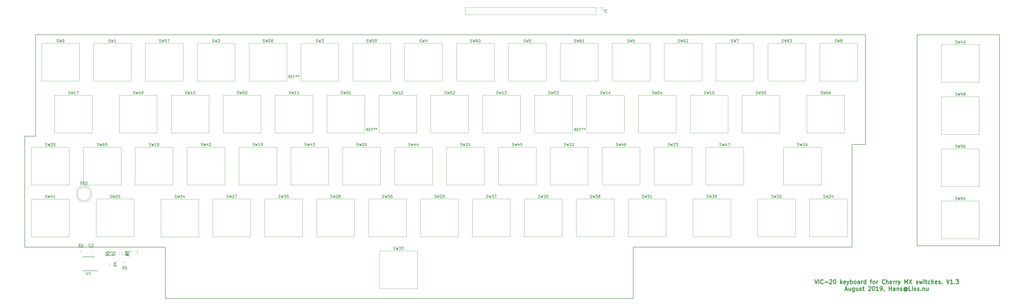
<source format=gbr>
G04 #@! TF.GenerationSoftware,KiCad,Pcbnew,(5.1.5)-2*
G04 #@! TF.CreationDate,2020-03-07T20:44:29+01:00*
G04 #@! TF.ProjectId,VIC20_kbd,56494332-305f-46b6-9264-2e6b69636164,rev?*
G04 #@! TF.SameCoordinates,Original*
G04 #@! TF.FileFunction,Legend,Top*
G04 #@! TF.FilePolarity,Positive*
%FSLAX46Y46*%
G04 Gerber Fmt 4.6, Leading zero omitted, Abs format (unit mm)*
G04 Created by KiCad (PCBNEW (5.1.5)-2) date 2020-03-07 20:44:29*
%MOMM*%
%LPD*%
G04 APERTURE LIST*
%ADD10C,0.300000*%
%ADD11C,0.200000*%
%ADD12C,0.120000*%
%ADD13C,0.150000*%
G04 APERTURE END LIST*
D10*
X277607142Y-145803571D02*
X278107142Y-147303571D01*
X278607142Y-145803571D01*
X279107142Y-147303571D02*
X279107142Y-145803571D01*
X280678571Y-147160714D02*
X280607142Y-147232142D01*
X280392857Y-147303571D01*
X280250000Y-147303571D01*
X280035714Y-147232142D01*
X279892857Y-147089285D01*
X279821428Y-146946428D01*
X279750000Y-146660714D01*
X279750000Y-146446428D01*
X279821428Y-146160714D01*
X279892857Y-146017857D01*
X280035714Y-145875000D01*
X280250000Y-145803571D01*
X280392857Y-145803571D01*
X280607142Y-145875000D01*
X280678571Y-145946428D01*
X281321428Y-146732142D02*
X282464285Y-146732142D01*
X283107142Y-145946428D02*
X283178571Y-145875000D01*
X283321428Y-145803571D01*
X283678571Y-145803571D01*
X283821428Y-145875000D01*
X283892857Y-145946428D01*
X283964285Y-146089285D01*
X283964285Y-146232142D01*
X283892857Y-146446428D01*
X283035714Y-147303571D01*
X283964285Y-147303571D01*
X284892857Y-145803571D02*
X285035714Y-145803571D01*
X285178571Y-145875000D01*
X285250000Y-145946428D01*
X285321428Y-146089285D01*
X285392857Y-146375000D01*
X285392857Y-146732142D01*
X285321428Y-147017857D01*
X285250000Y-147160714D01*
X285178571Y-147232142D01*
X285035714Y-147303571D01*
X284892857Y-147303571D01*
X284750000Y-147232142D01*
X284678571Y-147160714D01*
X284607142Y-147017857D01*
X284535714Y-146732142D01*
X284535714Y-146375000D01*
X284607142Y-146089285D01*
X284678571Y-145946428D01*
X284750000Y-145875000D01*
X284892857Y-145803571D01*
X287178571Y-147303571D02*
X287178571Y-145803571D01*
X287321428Y-146732142D02*
X287750000Y-147303571D01*
X287750000Y-146303571D02*
X287178571Y-146875000D01*
X288964285Y-147232142D02*
X288821428Y-147303571D01*
X288535714Y-147303571D01*
X288392857Y-147232142D01*
X288321428Y-147089285D01*
X288321428Y-146517857D01*
X288392857Y-146375000D01*
X288535714Y-146303571D01*
X288821428Y-146303571D01*
X288964285Y-146375000D01*
X289035714Y-146517857D01*
X289035714Y-146660714D01*
X288321428Y-146803571D01*
X289535714Y-146303571D02*
X289892857Y-147303571D01*
X290250000Y-146303571D02*
X289892857Y-147303571D01*
X289750000Y-147660714D01*
X289678571Y-147732142D01*
X289535714Y-147803571D01*
X290821428Y-147303571D02*
X290821428Y-145803571D01*
X290821428Y-146375000D02*
X290964285Y-146303571D01*
X291250000Y-146303571D01*
X291392857Y-146375000D01*
X291464285Y-146446428D01*
X291535714Y-146589285D01*
X291535714Y-147017857D01*
X291464285Y-147160714D01*
X291392857Y-147232142D01*
X291250000Y-147303571D01*
X290964285Y-147303571D01*
X290821428Y-147232142D01*
X292392857Y-147303571D02*
X292250000Y-147232142D01*
X292178571Y-147160714D01*
X292107142Y-147017857D01*
X292107142Y-146589285D01*
X292178571Y-146446428D01*
X292250000Y-146375000D01*
X292392857Y-146303571D01*
X292607142Y-146303571D01*
X292750000Y-146375000D01*
X292821428Y-146446428D01*
X292892857Y-146589285D01*
X292892857Y-147017857D01*
X292821428Y-147160714D01*
X292750000Y-147232142D01*
X292607142Y-147303571D01*
X292392857Y-147303571D01*
X294178571Y-147303571D02*
X294178571Y-146517857D01*
X294107142Y-146375000D01*
X293964285Y-146303571D01*
X293678571Y-146303571D01*
X293535714Y-146375000D01*
X294178571Y-147232142D02*
X294035714Y-147303571D01*
X293678571Y-147303571D01*
X293535714Y-147232142D01*
X293464285Y-147089285D01*
X293464285Y-146946428D01*
X293535714Y-146803571D01*
X293678571Y-146732142D01*
X294035714Y-146732142D01*
X294178571Y-146660714D01*
X294892857Y-147303571D02*
X294892857Y-146303571D01*
X294892857Y-146589285D02*
X294964285Y-146446428D01*
X295035714Y-146375000D01*
X295178571Y-146303571D01*
X295321428Y-146303571D01*
X296464285Y-147303571D02*
X296464285Y-145803571D01*
X296464285Y-147232142D02*
X296321428Y-147303571D01*
X296035714Y-147303571D01*
X295892857Y-147232142D01*
X295821428Y-147160714D01*
X295750000Y-147017857D01*
X295750000Y-146589285D01*
X295821428Y-146446428D01*
X295892857Y-146375000D01*
X296035714Y-146303571D01*
X296321428Y-146303571D01*
X296464285Y-146375000D01*
X298107142Y-146303571D02*
X298678571Y-146303571D01*
X298321428Y-147303571D02*
X298321428Y-146017857D01*
X298392857Y-145875000D01*
X298535714Y-145803571D01*
X298678571Y-145803571D01*
X299392857Y-147303571D02*
X299250000Y-147232142D01*
X299178571Y-147160714D01*
X299107142Y-147017857D01*
X299107142Y-146589285D01*
X299178571Y-146446428D01*
X299250000Y-146375000D01*
X299392857Y-146303571D01*
X299607142Y-146303571D01*
X299750000Y-146375000D01*
X299821428Y-146446428D01*
X299892857Y-146589285D01*
X299892857Y-147017857D01*
X299821428Y-147160714D01*
X299750000Y-147232142D01*
X299607142Y-147303571D01*
X299392857Y-147303571D01*
X300535714Y-147303571D02*
X300535714Y-146303571D01*
X300535714Y-146589285D02*
X300607142Y-146446428D01*
X300678571Y-146375000D01*
X300821428Y-146303571D01*
X300964285Y-146303571D01*
X303464285Y-147160714D02*
X303392857Y-147232142D01*
X303178571Y-147303571D01*
X303035714Y-147303571D01*
X302821428Y-147232142D01*
X302678571Y-147089285D01*
X302607142Y-146946428D01*
X302535714Y-146660714D01*
X302535714Y-146446428D01*
X302607142Y-146160714D01*
X302678571Y-146017857D01*
X302821428Y-145875000D01*
X303035714Y-145803571D01*
X303178571Y-145803571D01*
X303392857Y-145875000D01*
X303464285Y-145946428D01*
X304107142Y-147303571D02*
X304107142Y-145803571D01*
X304750000Y-147303571D02*
X304750000Y-146517857D01*
X304678571Y-146375000D01*
X304535714Y-146303571D01*
X304321428Y-146303571D01*
X304178571Y-146375000D01*
X304107142Y-146446428D01*
X306035714Y-147232142D02*
X305892857Y-147303571D01*
X305607142Y-147303571D01*
X305464285Y-147232142D01*
X305392857Y-147089285D01*
X305392857Y-146517857D01*
X305464285Y-146375000D01*
X305607142Y-146303571D01*
X305892857Y-146303571D01*
X306035714Y-146375000D01*
X306107142Y-146517857D01*
X306107142Y-146660714D01*
X305392857Y-146803571D01*
X306750000Y-147303571D02*
X306750000Y-146303571D01*
X306750000Y-146589285D02*
X306821428Y-146446428D01*
X306892857Y-146375000D01*
X307035714Y-146303571D01*
X307178571Y-146303571D01*
X307678571Y-147303571D02*
X307678571Y-146303571D01*
X307678571Y-146589285D02*
X307750000Y-146446428D01*
X307821428Y-146375000D01*
X307964285Y-146303571D01*
X308107142Y-146303571D01*
X308464285Y-146303571D02*
X308821428Y-147303571D01*
X309178571Y-146303571D02*
X308821428Y-147303571D01*
X308678571Y-147660714D01*
X308607142Y-147732142D01*
X308464285Y-147803571D01*
X310892857Y-147303571D02*
X310892857Y-145803571D01*
X311392857Y-146875000D01*
X311892857Y-145803571D01*
X311892857Y-147303571D01*
X312464285Y-145803571D02*
X313464285Y-147303571D01*
X313464285Y-145803571D02*
X312464285Y-147303571D01*
X315107142Y-147232142D02*
X315250000Y-147303571D01*
X315535714Y-147303571D01*
X315678571Y-147232142D01*
X315750000Y-147089285D01*
X315750000Y-147017857D01*
X315678571Y-146875000D01*
X315535714Y-146803571D01*
X315321428Y-146803571D01*
X315178571Y-146732142D01*
X315107142Y-146589285D01*
X315107142Y-146517857D01*
X315178571Y-146375000D01*
X315321428Y-146303571D01*
X315535714Y-146303571D01*
X315678571Y-146375000D01*
X316250000Y-146303571D02*
X316535714Y-147303571D01*
X316821428Y-146589285D01*
X317107142Y-147303571D01*
X317392857Y-146303571D01*
X317964285Y-147303571D02*
X317964285Y-146303571D01*
X317964285Y-145803571D02*
X317892857Y-145875000D01*
X317964285Y-145946428D01*
X318035714Y-145875000D01*
X317964285Y-145803571D01*
X317964285Y-145946428D01*
X318464285Y-146303571D02*
X319035714Y-146303571D01*
X318678571Y-145803571D02*
X318678571Y-147089285D01*
X318750000Y-147232142D01*
X318892857Y-147303571D01*
X319035714Y-147303571D01*
X320178571Y-147232142D02*
X320035714Y-147303571D01*
X319750000Y-147303571D01*
X319607142Y-147232142D01*
X319535714Y-147160714D01*
X319464285Y-147017857D01*
X319464285Y-146589285D01*
X319535714Y-146446428D01*
X319607142Y-146375000D01*
X319750000Y-146303571D01*
X320035714Y-146303571D01*
X320178571Y-146375000D01*
X320821428Y-147303571D02*
X320821428Y-145803571D01*
X321464285Y-147303571D02*
X321464285Y-146517857D01*
X321392857Y-146375000D01*
X321250000Y-146303571D01*
X321035714Y-146303571D01*
X320892857Y-146375000D01*
X320821428Y-146446428D01*
X322750000Y-147232142D02*
X322607142Y-147303571D01*
X322321428Y-147303571D01*
X322178571Y-147232142D01*
X322107142Y-147089285D01*
X322107142Y-146517857D01*
X322178571Y-146375000D01*
X322321428Y-146303571D01*
X322607142Y-146303571D01*
X322750000Y-146375000D01*
X322821428Y-146517857D01*
X322821428Y-146660714D01*
X322107142Y-146803571D01*
X323392857Y-147232142D02*
X323535714Y-147303571D01*
X323821428Y-147303571D01*
X323964285Y-147232142D01*
X324035714Y-147089285D01*
X324035714Y-147017857D01*
X323964285Y-146875000D01*
X323821428Y-146803571D01*
X323607142Y-146803571D01*
X323464285Y-146732142D01*
X323392857Y-146589285D01*
X323392857Y-146517857D01*
X323464285Y-146375000D01*
X323607142Y-146303571D01*
X323821428Y-146303571D01*
X323964285Y-146375000D01*
X324678571Y-147160714D02*
X324750000Y-147232142D01*
X324678571Y-147303571D01*
X324607142Y-147232142D01*
X324678571Y-147160714D01*
X324678571Y-147303571D01*
X326321428Y-145803571D02*
X326821428Y-147303571D01*
X327321428Y-145803571D01*
X328607142Y-147303571D02*
X327750000Y-147303571D01*
X328178571Y-147303571D02*
X328178571Y-145803571D01*
X328035714Y-146017857D01*
X327892857Y-146160714D01*
X327750000Y-146232142D01*
X329250000Y-147160714D02*
X329321428Y-147232142D01*
X329250000Y-147303571D01*
X329178571Y-147232142D01*
X329250000Y-147160714D01*
X329250000Y-147303571D01*
X329821428Y-145803571D02*
X330750000Y-145803571D01*
X330250000Y-146375000D01*
X330464285Y-146375000D01*
X330607142Y-146446428D01*
X330678571Y-146517857D01*
X330750000Y-146660714D01*
X330750000Y-147017857D01*
X330678571Y-147160714D01*
X330607142Y-147232142D01*
X330464285Y-147303571D01*
X330035714Y-147303571D01*
X329892857Y-147232142D01*
X329821428Y-147160714D01*
X288857142Y-149425000D02*
X289571428Y-149425000D01*
X288714285Y-149853571D02*
X289214285Y-148353571D01*
X289714285Y-149853571D01*
X290857142Y-148853571D02*
X290857142Y-149853571D01*
X290214285Y-148853571D02*
X290214285Y-149639285D01*
X290285714Y-149782142D01*
X290428571Y-149853571D01*
X290642857Y-149853571D01*
X290785714Y-149782142D01*
X290857142Y-149710714D01*
X292214285Y-148853571D02*
X292214285Y-150067857D01*
X292142857Y-150210714D01*
X292071428Y-150282142D01*
X291928571Y-150353571D01*
X291714285Y-150353571D01*
X291571428Y-150282142D01*
X292214285Y-149782142D02*
X292071428Y-149853571D01*
X291785714Y-149853571D01*
X291642857Y-149782142D01*
X291571428Y-149710714D01*
X291500000Y-149567857D01*
X291500000Y-149139285D01*
X291571428Y-148996428D01*
X291642857Y-148925000D01*
X291785714Y-148853571D01*
X292071428Y-148853571D01*
X292214285Y-148925000D01*
X293571428Y-148853571D02*
X293571428Y-149853571D01*
X292928571Y-148853571D02*
X292928571Y-149639285D01*
X293000000Y-149782142D01*
X293142857Y-149853571D01*
X293357142Y-149853571D01*
X293500000Y-149782142D01*
X293571428Y-149710714D01*
X294214285Y-149782142D02*
X294357142Y-149853571D01*
X294642857Y-149853571D01*
X294785714Y-149782142D01*
X294857142Y-149639285D01*
X294857142Y-149567857D01*
X294785714Y-149425000D01*
X294642857Y-149353571D01*
X294428571Y-149353571D01*
X294285714Y-149282142D01*
X294214285Y-149139285D01*
X294214285Y-149067857D01*
X294285714Y-148925000D01*
X294428571Y-148853571D01*
X294642857Y-148853571D01*
X294785714Y-148925000D01*
X295285714Y-148853571D02*
X295857142Y-148853571D01*
X295500000Y-148353571D02*
X295500000Y-149639285D01*
X295571428Y-149782142D01*
X295714285Y-149853571D01*
X295857142Y-149853571D01*
X297428571Y-148496428D02*
X297500000Y-148425000D01*
X297642857Y-148353571D01*
X298000000Y-148353571D01*
X298142857Y-148425000D01*
X298214285Y-148496428D01*
X298285714Y-148639285D01*
X298285714Y-148782142D01*
X298214285Y-148996428D01*
X297357142Y-149853571D01*
X298285714Y-149853571D01*
X299214285Y-148353571D02*
X299357142Y-148353571D01*
X299500000Y-148425000D01*
X299571428Y-148496428D01*
X299642857Y-148639285D01*
X299714285Y-148925000D01*
X299714285Y-149282142D01*
X299642857Y-149567857D01*
X299571428Y-149710714D01*
X299500000Y-149782142D01*
X299357142Y-149853571D01*
X299214285Y-149853571D01*
X299071428Y-149782142D01*
X299000000Y-149710714D01*
X298928571Y-149567857D01*
X298857142Y-149282142D01*
X298857142Y-148925000D01*
X298928571Y-148639285D01*
X299000000Y-148496428D01*
X299071428Y-148425000D01*
X299214285Y-148353571D01*
X301142857Y-149853571D02*
X300285714Y-149853571D01*
X300714285Y-149853571D02*
X300714285Y-148353571D01*
X300571428Y-148567857D01*
X300428571Y-148710714D01*
X300285714Y-148782142D01*
X301857142Y-149853571D02*
X302142857Y-149853571D01*
X302285714Y-149782142D01*
X302357142Y-149710714D01*
X302500000Y-149496428D01*
X302571428Y-149210714D01*
X302571428Y-148639285D01*
X302500000Y-148496428D01*
X302428571Y-148425000D01*
X302285714Y-148353571D01*
X302000000Y-148353571D01*
X301857142Y-148425000D01*
X301785714Y-148496428D01*
X301714285Y-148639285D01*
X301714285Y-148996428D01*
X301785714Y-149139285D01*
X301857142Y-149210714D01*
X302000000Y-149282142D01*
X302285714Y-149282142D01*
X302428571Y-149210714D01*
X302500000Y-149139285D01*
X302571428Y-148996428D01*
X303285714Y-149782142D02*
X303285714Y-149853571D01*
X303214285Y-149996428D01*
X303142857Y-150067857D01*
X305071428Y-149853571D02*
X305071428Y-148353571D01*
X305071428Y-149067857D02*
X305928571Y-149067857D01*
X305928571Y-149853571D02*
X305928571Y-148353571D01*
X307285714Y-149853571D02*
X307285714Y-149067857D01*
X307214285Y-148925000D01*
X307071428Y-148853571D01*
X306785714Y-148853571D01*
X306642857Y-148925000D01*
X307285714Y-149782142D02*
X307142857Y-149853571D01*
X306785714Y-149853571D01*
X306642857Y-149782142D01*
X306571428Y-149639285D01*
X306571428Y-149496428D01*
X306642857Y-149353571D01*
X306785714Y-149282142D01*
X307142857Y-149282142D01*
X307285714Y-149210714D01*
X308000000Y-148853571D02*
X308000000Y-149853571D01*
X308000000Y-148996428D02*
X308071428Y-148925000D01*
X308214285Y-148853571D01*
X308428571Y-148853571D01*
X308571428Y-148925000D01*
X308642857Y-149067857D01*
X308642857Y-149853571D01*
X309285714Y-149782142D02*
X309428571Y-149853571D01*
X309714285Y-149853571D01*
X309857142Y-149782142D01*
X309928571Y-149639285D01*
X309928571Y-149567857D01*
X309857142Y-149425000D01*
X309714285Y-149353571D01*
X309500000Y-149353571D01*
X309357142Y-149282142D01*
X309285714Y-149139285D01*
X309285714Y-149067857D01*
X309357142Y-148925000D01*
X309500000Y-148853571D01*
X309714285Y-148853571D01*
X309857142Y-148925000D01*
X311500000Y-149139285D02*
X311428571Y-149067857D01*
X311285714Y-148996428D01*
X311142857Y-148996428D01*
X311000000Y-149067857D01*
X310928571Y-149139285D01*
X310857142Y-149282142D01*
X310857142Y-149425000D01*
X310928571Y-149567857D01*
X311000000Y-149639285D01*
X311142857Y-149710714D01*
X311285714Y-149710714D01*
X311428571Y-149639285D01*
X311500000Y-149567857D01*
X311500000Y-148996428D02*
X311500000Y-149567857D01*
X311571428Y-149639285D01*
X311642857Y-149639285D01*
X311785714Y-149567857D01*
X311857142Y-149425000D01*
X311857142Y-149067857D01*
X311714285Y-148853571D01*
X311500000Y-148710714D01*
X311214285Y-148639285D01*
X310928571Y-148710714D01*
X310714285Y-148853571D01*
X310571428Y-149067857D01*
X310500000Y-149353571D01*
X310571428Y-149639285D01*
X310714285Y-149853571D01*
X310928571Y-149996428D01*
X311214285Y-150067857D01*
X311500000Y-149996428D01*
X311714285Y-149853571D01*
X313214285Y-149853571D02*
X312500000Y-149853571D01*
X312500000Y-148353571D01*
X313714285Y-149853571D02*
X313714285Y-148853571D01*
X313714285Y-148353571D02*
X313642857Y-148425000D01*
X313714285Y-148496428D01*
X313785714Y-148425000D01*
X313714285Y-148353571D01*
X313714285Y-148496428D01*
X314357142Y-149782142D02*
X314500000Y-149853571D01*
X314785714Y-149853571D01*
X314928571Y-149782142D01*
X315000000Y-149639285D01*
X315000000Y-149567857D01*
X314928571Y-149425000D01*
X314785714Y-149353571D01*
X314571428Y-149353571D01*
X314428571Y-149282142D01*
X314357142Y-149139285D01*
X314357142Y-149067857D01*
X314428571Y-148925000D01*
X314571428Y-148853571D01*
X314785714Y-148853571D01*
X314928571Y-148925000D01*
X315571428Y-149782142D02*
X315714285Y-149853571D01*
X316000000Y-149853571D01*
X316142857Y-149782142D01*
X316214285Y-149639285D01*
X316214285Y-149567857D01*
X316142857Y-149425000D01*
X316000000Y-149353571D01*
X315785714Y-149353571D01*
X315642857Y-149282142D01*
X315571428Y-149139285D01*
X315571428Y-149067857D01*
X315642857Y-148925000D01*
X315785714Y-148853571D01*
X316000000Y-148853571D01*
X316142857Y-148925000D01*
X316857142Y-149710714D02*
X316928571Y-149782142D01*
X316857142Y-149853571D01*
X316785714Y-149782142D01*
X316857142Y-149710714D01*
X316857142Y-149853571D01*
X317571428Y-148853571D02*
X317571428Y-149853571D01*
X317571428Y-148996428D02*
X317642857Y-148925000D01*
X317785714Y-148853571D01*
X318000000Y-148853571D01*
X318142857Y-148925000D01*
X318214285Y-149067857D01*
X318214285Y-149853571D01*
X319571428Y-148853571D02*
X319571428Y-149853571D01*
X318928571Y-148853571D02*
X318928571Y-149639285D01*
X319000000Y-149782142D01*
X319142857Y-149853571D01*
X319357142Y-149853571D01*
X319500000Y-149782142D01*
X319571428Y-149710714D01*
D11*
X345900000Y-55260000D02*
X315400000Y-55260000D01*
X345900000Y-133260000D02*
X345900000Y-55260000D01*
X315400000Y-133260000D02*
X345900000Y-133260000D01*
X315400000Y-55260000D02*
X315400000Y-133260000D01*
X296400000Y-95760000D02*
X296400000Y-55260000D01*
X291400000Y-95760000D02*
X296400000Y-95760000D01*
X291400000Y-133760000D02*
X291400000Y-95760000D01*
X210400000Y-133760000D02*
X291400000Y-133760000D01*
X210400000Y-152760000D02*
X210400000Y-133760000D01*
X150440000Y-152720000D02*
X150440000Y-152660000D01*
X37400000Y-152760000D02*
X210400000Y-152760000D01*
X37400000Y-133760000D02*
X37400000Y-152760000D01*
X-14600000Y-133760000D02*
X37400000Y-133760000D01*
X-14570000Y-104240000D02*
X-14570000Y-104260000D01*
X-14630000Y-104240000D02*
X-14570000Y-104240000D01*
X-14600000Y-92760000D02*
X-14600000Y-133760000D01*
X-13840000Y-92750000D02*
X-13840000Y-92780000D01*
X-10600000Y-92760000D02*
X-14600000Y-92760000D01*
X-10600000Y-55260000D02*
X-10600000Y-92760000D01*
X-10600000Y-55260000D02*
X296400000Y-55260000D01*
D12*
X5660000Y-133960000D02*
X6660000Y-133960000D01*
X6660000Y-135320000D02*
X5660000Y-135320000D01*
X9600000Y-134090000D02*
X10300000Y-134090000D01*
X10300000Y-135290000D02*
X9600000Y-135290000D01*
X16010000Y-135800000D02*
X16010000Y-136500000D01*
X14810000Y-136500000D02*
X14810000Y-135800000D01*
X324425000Y-116675000D02*
X338395000Y-116675000D01*
X338395000Y-116675000D02*
X338395000Y-130645000D01*
X338395000Y-130645000D02*
X324425000Y-130645000D01*
X324425000Y-130645000D02*
X324425000Y-116675000D01*
X10785000Y-58395000D02*
X24755000Y-58395000D01*
X24755000Y-58395000D02*
X24755000Y-72365000D01*
X24755000Y-72365000D02*
X10785000Y-72365000D01*
X10785000Y-72365000D02*
X10785000Y-58395000D01*
X148280000Y-45110000D02*
X148280000Y-47770000D01*
X196600000Y-45110000D02*
X148280000Y-45110000D01*
X196600000Y-47770000D02*
X148280000Y-47770000D01*
X196600000Y-45110000D02*
X196600000Y-47770000D01*
X197870000Y-45110000D02*
X199200000Y-45110000D01*
X199200000Y-45110000D02*
X199200000Y-46440000D01*
X49175000Y-58395000D02*
X63145000Y-58395000D01*
X63145000Y-58395000D02*
X63145000Y-72365000D01*
X63145000Y-72365000D02*
X49175000Y-72365000D01*
X49175000Y-72365000D02*
X49175000Y-58395000D01*
X87535000Y-58395000D02*
X101505000Y-58395000D01*
X101505000Y-58395000D02*
X101505000Y-72365000D01*
X101505000Y-72365000D02*
X87535000Y-72365000D01*
X87535000Y-72365000D02*
X87535000Y-58395000D01*
X125895000Y-58395000D02*
X139865000Y-58395000D01*
X139865000Y-58395000D02*
X139865000Y-72365000D01*
X139865000Y-72365000D02*
X125895000Y-72365000D01*
X125895000Y-72365000D02*
X125895000Y-58395000D01*
X164295000Y-58395000D02*
X178265000Y-58395000D01*
X178265000Y-58395000D02*
X178265000Y-72365000D01*
X178265000Y-72365000D02*
X164295000Y-72365000D01*
X164295000Y-72365000D02*
X164295000Y-58395000D01*
X202665000Y-58395000D02*
X216635000Y-58395000D01*
X216635000Y-58395000D02*
X216635000Y-72365000D01*
X216635000Y-72365000D02*
X202665000Y-72365000D01*
X202665000Y-72365000D02*
X202665000Y-58395000D01*
X241045000Y-58395000D02*
X255015000Y-58395000D01*
X255015000Y-58395000D02*
X255015000Y-72365000D01*
X255015000Y-72365000D02*
X241045000Y-72365000D01*
X241045000Y-72365000D02*
X241045000Y-58395000D01*
X279425000Y-58395000D02*
X293395000Y-58395000D01*
X293395000Y-58395000D02*
X293395000Y-72365000D01*
X293395000Y-72365000D02*
X279425000Y-72365000D01*
X279425000Y-72365000D02*
X279425000Y-58395000D01*
X-8355000Y-58395000D02*
X5615000Y-58395000D01*
X5615000Y-58395000D02*
X5615000Y-72365000D01*
X5615000Y-72365000D02*
X-8355000Y-72365000D01*
X-8355000Y-72365000D02*
X-8355000Y-58395000D01*
X39575000Y-77595000D02*
X53545000Y-77595000D01*
X53545000Y-77595000D02*
X53545000Y-91565000D01*
X53545000Y-91565000D02*
X39575000Y-91565000D01*
X39575000Y-91565000D02*
X39575000Y-77595000D01*
X77975000Y-77595000D02*
X91945000Y-77595000D01*
X91945000Y-77595000D02*
X91945000Y-91565000D01*
X91945000Y-91565000D02*
X77975000Y-91565000D01*
X77975000Y-91565000D02*
X77975000Y-77595000D01*
X116365000Y-77595000D02*
X130335000Y-77595000D01*
X130335000Y-77595000D02*
X130335000Y-91565000D01*
X130335000Y-91565000D02*
X116365000Y-91565000D01*
X116365000Y-91565000D02*
X116365000Y-77595000D01*
X154725000Y-77595000D02*
X168695000Y-77595000D01*
X168695000Y-77595000D02*
X168695000Y-91565000D01*
X168695000Y-91565000D02*
X154725000Y-91565000D01*
X154725000Y-91565000D02*
X154725000Y-77595000D01*
X193135000Y-77595000D02*
X207105000Y-77595000D01*
X207105000Y-77595000D02*
X207105000Y-91565000D01*
X207105000Y-91565000D02*
X193135000Y-91565000D01*
X193135000Y-91565000D02*
X193135000Y-77595000D01*
X231545000Y-77605000D02*
X245515000Y-77605000D01*
X245515000Y-77605000D02*
X245515000Y-91575000D01*
X245515000Y-91575000D02*
X231545000Y-91575000D01*
X231545000Y-91575000D02*
X231545000Y-77605000D01*
X266005000Y-96755000D02*
X279975000Y-96755000D01*
X279975000Y-96755000D02*
X279975000Y-110725000D01*
X279975000Y-110725000D02*
X266005000Y-110725000D01*
X266005000Y-110725000D02*
X266005000Y-96755000D01*
X-3585000Y-77595000D02*
X10385000Y-77595000D01*
X10385000Y-77595000D02*
X10385000Y-91565000D01*
X10385000Y-91565000D02*
X-3585000Y-91565000D01*
X-3585000Y-91565000D02*
X-3585000Y-77595000D01*
X26245000Y-96775000D02*
X40215000Y-96775000D01*
X40215000Y-96775000D02*
X40215000Y-110745000D01*
X40215000Y-110745000D02*
X26245000Y-110745000D01*
X26245000Y-110745000D02*
X26245000Y-96775000D01*
X64605000Y-96755000D02*
X78575000Y-96755000D01*
X78575000Y-96755000D02*
X78575000Y-110725000D01*
X78575000Y-110725000D02*
X64605000Y-110725000D01*
X64605000Y-110725000D02*
X64605000Y-96755000D01*
X102995000Y-96755000D02*
X116965000Y-96755000D01*
X116965000Y-96755000D02*
X116965000Y-110725000D01*
X116965000Y-110725000D02*
X102995000Y-110725000D01*
X102995000Y-110725000D02*
X102995000Y-96755000D01*
X141375000Y-96755000D02*
X155345000Y-96755000D01*
X155345000Y-96755000D02*
X155345000Y-110725000D01*
X155345000Y-110725000D02*
X141375000Y-110725000D01*
X141375000Y-110725000D02*
X141375000Y-96755000D01*
X179745000Y-96755000D02*
X193715000Y-96755000D01*
X193715000Y-96755000D02*
X193715000Y-110725000D01*
X193715000Y-110725000D02*
X179745000Y-110725000D01*
X179745000Y-110725000D02*
X179745000Y-96755000D01*
X218105000Y-96755000D02*
X232075000Y-96755000D01*
X232075000Y-96755000D02*
X232075000Y-110725000D01*
X232075000Y-110725000D02*
X218105000Y-110725000D01*
X218105000Y-110725000D02*
X218105000Y-96755000D01*
X275625000Y-115965000D02*
X289595000Y-115965000D01*
X289595000Y-115965000D02*
X289595000Y-129935000D01*
X289595000Y-129935000D02*
X275625000Y-129935000D01*
X275625000Y-129935000D02*
X275625000Y-115965000D01*
X-12155000Y-96775000D02*
X1815000Y-96775000D01*
X1815000Y-96775000D02*
X1815000Y-110745000D01*
X1815000Y-110745000D02*
X-12155000Y-110745000D01*
X-12155000Y-110745000D02*
X-12155000Y-96775000D01*
X11785000Y-115965000D02*
X25755000Y-115965000D01*
X25755000Y-115965000D02*
X25755000Y-129935000D01*
X25755000Y-129935000D02*
X11785000Y-129935000D01*
X11785000Y-129935000D02*
X11785000Y-115965000D01*
X54945000Y-115965000D02*
X68915000Y-115965000D01*
X68915000Y-115965000D02*
X68915000Y-129935000D01*
X68915000Y-129935000D02*
X54945000Y-129935000D01*
X54945000Y-129935000D02*
X54945000Y-115965000D01*
X93355000Y-115965000D02*
X107325000Y-115965000D01*
X107325000Y-115965000D02*
X107325000Y-129935000D01*
X107325000Y-129935000D02*
X93355000Y-129935000D01*
X93355000Y-129935000D02*
X93355000Y-115965000D01*
X131755000Y-115965000D02*
X145725000Y-115965000D01*
X145725000Y-115965000D02*
X145725000Y-129935000D01*
X145725000Y-129935000D02*
X131755000Y-129935000D01*
X131755000Y-129935000D02*
X131755000Y-115965000D01*
X170155000Y-115965000D02*
X184125000Y-115965000D01*
X184125000Y-115965000D02*
X184125000Y-129935000D01*
X184125000Y-129935000D02*
X170155000Y-129935000D01*
X170155000Y-129935000D02*
X170155000Y-115965000D01*
X208545000Y-115965000D02*
X222515000Y-115965000D01*
X222515000Y-115965000D02*
X222515000Y-129935000D01*
X222515000Y-129935000D02*
X208545000Y-129935000D01*
X208545000Y-129935000D02*
X208545000Y-115965000D01*
X256445000Y-115965000D02*
X270415000Y-115965000D01*
X270415000Y-115965000D02*
X270415000Y-129935000D01*
X270415000Y-129935000D02*
X256445000Y-129935000D01*
X256445000Y-129935000D02*
X256445000Y-115965000D01*
X116625000Y-135155000D02*
X130595000Y-135155000D01*
X130595000Y-135155000D02*
X130595000Y-149125000D01*
X130595000Y-149125000D02*
X116625000Y-149125000D01*
X116625000Y-149125000D02*
X116625000Y-135155000D01*
X35735000Y-115975000D02*
X49705000Y-115975000D01*
X49705000Y-115975000D02*
X49705000Y-129945000D01*
X49705000Y-129945000D02*
X35735000Y-129945000D01*
X35735000Y-129945000D02*
X35735000Y-115975000D01*
X74145000Y-115965000D02*
X88115000Y-115965000D01*
X88115000Y-115965000D02*
X88115000Y-129935000D01*
X88115000Y-129935000D02*
X74145000Y-129935000D01*
X74145000Y-129935000D02*
X74145000Y-115965000D01*
X112545000Y-115965000D02*
X126515000Y-115965000D01*
X126515000Y-115965000D02*
X126515000Y-129935000D01*
X126515000Y-129935000D02*
X112545000Y-129935000D01*
X112545000Y-129935000D02*
X112545000Y-115965000D01*
X150955000Y-115965000D02*
X164925000Y-115965000D01*
X164925000Y-115965000D02*
X164925000Y-129935000D01*
X164925000Y-129935000D02*
X150955000Y-129935000D01*
X150955000Y-129935000D02*
X150955000Y-115965000D01*
X189355000Y-115965000D02*
X203325000Y-115965000D01*
X203325000Y-115965000D02*
X203325000Y-129935000D01*
X203325000Y-129935000D02*
X189355000Y-129935000D01*
X189355000Y-129935000D02*
X189355000Y-115965000D01*
X232495000Y-115965000D02*
X246465000Y-115965000D01*
X246465000Y-115965000D02*
X246465000Y-129935000D01*
X246465000Y-129935000D02*
X232495000Y-129935000D01*
X232495000Y-129935000D02*
X232495000Y-115965000D01*
X324425000Y-58805000D02*
X338395000Y-58805000D01*
X338395000Y-58805000D02*
X338395000Y-72775000D01*
X338395000Y-72775000D02*
X324425000Y-72775000D01*
X324425000Y-72775000D02*
X324425000Y-58805000D01*
X-12165000Y-115975000D02*
X1805000Y-115975000D01*
X1805000Y-115975000D02*
X1805000Y-129945000D01*
X1805000Y-129945000D02*
X-12165000Y-129945000D01*
X-12165000Y-129945000D02*
X-12165000Y-115975000D01*
X45445000Y-96755000D02*
X59415000Y-96755000D01*
X59415000Y-96755000D02*
X59415000Y-110725000D01*
X59415000Y-110725000D02*
X45445000Y-110725000D01*
X45445000Y-110725000D02*
X45445000Y-96755000D01*
X83795000Y-96755000D02*
X97765000Y-96755000D01*
X97765000Y-96755000D02*
X97765000Y-110725000D01*
X97765000Y-110725000D02*
X83795000Y-110725000D01*
X83795000Y-110725000D02*
X83795000Y-96755000D01*
X122175000Y-96755000D02*
X136145000Y-96755000D01*
X136145000Y-96755000D02*
X136145000Y-110725000D01*
X136145000Y-110725000D02*
X122175000Y-110725000D01*
X122175000Y-110725000D02*
X122175000Y-96755000D01*
X160535000Y-96755000D02*
X174505000Y-96755000D01*
X174505000Y-96755000D02*
X174505000Y-110725000D01*
X174505000Y-110725000D02*
X160535000Y-110725000D01*
X160535000Y-110725000D02*
X160535000Y-96755000D01*
X198905000Y-96755000D02*
X212875000Y-96755000D01*
X212875000Y-96755000D02*
X212875000Y-110725000D01*
X212875000Y-110725000D02*
X198905000Y-110725000D01*
X198905000Y-110725000D02*
X198905000Y-96755000D01*
X237295000Y-96775000D02*
X251265000Y-96775000D01*
X251265000Y-96775000D02*
X251265000Y-110745000D01*
X251265000Y-110745000D02*
X237295000Y-110745000D01*
X237295000Y-110745000D02*
X237295000Y-96775000D01*
X324425000Y-78085000D02*
X338395000Y-78085000D01*
X338395000Y-78085000D02*
X338395000Y-92055000D01*
X338395000Y-92055000D02*
X324425000Y-92055000D01*
X324425000Y-92055000D02*
X324425000Y-78085000D01*
X20375000Y-77595000D02*
X34345000Y-77595000D01*
X34345000Y-77595000D02*
X34345000Y-91565000D01*
X34345000Y-91565000D02*
X20375000Y-91565000D01*
X20375000Y-91565000D02*
X20375000Y-77595000D01*
X58775000Y-77595000D02*
X72745000Y-77595000D01*
X72745000Y-77595000D02*
X72745000Y-91565000D01*
X72745000Y-91565000D02*
X58775000Y-91565000D01*
X58775000Y-91565000D02*
X58775000Y-77595000D01*
X97165000Y-77595000D02*
X111135000Y-77595000D01*
X111135000Y-77595000D02*
X111135000Y-91565000D01*
X111135000Y-91565000D02*
X97165000Y-91565000D01*
X97165000Y-91565000D02*
X97165000Y-77595000D01*
X135545000Y-77595000D02*
X149515000Y-77595000D01*
X149515000Y-77595000D02*
X149515000Y-91565000D01*
X149515000Y-91565000D02*
X135545000Y-91565000D01*
X135545000Y-91565000D02*
X135545000Y-77595000D01*
X173935000Y-77595000D02*
X187905000Y-77595000D01*
X187905000Y-77595000D02*
X187905000Y-91565000D01*
X187905000Y-91565000D02*
X173935000Y-91565000D01*
X173935000Y-91565000D02*
X173935000Y-77595000D01*
X212335000Y-77595000D02*
X226305000Y-77595000D01*
X226305000Y-77595000D02*
X226305000Y-91565000D01*
X226305000Y-91565000D02*
X212335000Y-91565000D01*
X212335000Y-91565000D02*
X212335000Y-77595000D01*
X250685000Y-77605000D02*
X264655000Y-77605000D01*
X264655000Y-77605000D02*
X264655000Y-91575000D01*
X264655000Y-91575000D02*
X250685000Y-91575000D01*
X250685000Y-91575000D02*
X250685000Y-77605000D01*
X324425000Y-97395000D02*
X338395000Y-97395000D01*
X338395000Y-97395000D02*
X338395000Y-111365000D01*
X338395000Y-111365000D02*
X324425000Y-111365000D01*
X324425000Y-111365000D02*
X324425000Y-97395000D01*
X29975000Y-58395000D02*
X43945000Y-58395000D01*
X43945000Y-58395000D02*
X43945000Y-72365000D01*
X43945000Y-72365000D02*
X29975000Y-72365000D01*
X29975000Y-72365000D02*
X29975000Y-58395000D01*
X68345000Y-58395000D02*
X82315000Y-58395000D01*
X82315000Y-58395000D02*
X82315000Y-72365000D01*
X82315000Y-72365000D02*
X68345000Y-72365000D01*
X68345000Y-72365000D02*
X68345000Y-58395000D01*
X106725000Y-58395000D02*
X120695000Y-58395000D01*
X120695000Y-58395000D02*
X120695000Y-72365000D01*
X120695000Y-72365000D02*
X106725000Y-72365000D01*
X106725000Y-72365000D02*
X106725000Y-58395000D01*
X145095000Y-58395000D02*
X159065000Y-58395000D01*
X159065000Y-58395000D02*
X159065000Y-72365000D01*
X159065000Y-72365000D02*
X145095000Y-72365000D01*
X145095000Y-72365000D02*
X145095000Y-58395000D01*
X183465000Y-58395000D02*
X197435000Y-58395000D01*
X197435000Y-58395000D02*
X197435000Y-72365000D01*
X197435000Y-72365000D02*
X183465000Y-72365000D01*
X183465000Y-72365000D02*
X183465000Y-58395000D01*
X221855000Y-58395000D02*
X235825000Y-58395000D01*
X235825000Y-58395000D02*
X235825000Y-72365000D01*
X235825000Y-72365000D02*
X221855000Y-72365000D01*
X221855000Y-72365000D02*
X221855000Y-58395000D01*
X260235000Y-58395000D02*
X274205000Y-58395000D01*
X274205000Y-58395000D02*
X274205000Y-72365000D01*
X274205000Y-72365000D02*
X260235000Y-72365000D01*
X260235000Y-72365000D02*
X260235000Y-58395000D01*
X7045000Y-96755000D02*
X21015000Y-96755000D01*
X21015000Y-96755000D02*
X21015000Y-110725000D01*
X21015000Y-110725000D02*
X7045000Y-110725000D01*
X7045000Y-110725000D02*
X7045000Y-96755000D01*
X274655000Y-77595000D02*
X288625000Y-77595000D01*
X288625000Y-77595000D02*
X288625000Y-91565000D01*
X288625000Y-91565000D02*
X274655000Y-91565000D01*
X274655000Y-91565000D02*
X274655000Y-77595000D01*
X4680000Y-112525000D02*
X4680000Y-115615000D01*
X9740000Y-114070000D02*
G75*
G03X9740000Y-114070000I-2500000J0D01*
G01*
X10230000Y-114069538D02*
G75*
G02X4680000Y-115614830I-2990000J-462D01*
G01*
X10230000Y-114070462D02*
G75*
G03X4680000Y-112525170I-2990000J462D01*
G01*
X27150000Y-135250000D02*
X27150000Y-136710000D01*
X23990000Y-135250000D02*
X23990000Y-137410000D01*
X23990000Y-135250000D02*
X24920000Y-135250000D01*
X27150000Y-135250000D02*
X26220000Y-135250000D01*
X19050000Y-136650000D02*
X19050000Y-135650000D01*
X20410000Y-135650000D02*
X20410000Y-136650000D01*
X22850000Y-140740000D02*
X21850000Y-140740000D01*
X21850000Y-139380000D02*
X22850000Y-139380000D01*
X22800000Y-135650000D02*
X22800000Y-136650000D01*
X21440000Y-136650000D02*
X21440000Y-135650000D01*
X16800000Y-140650000D02*
X16800000Y-139650000D01*
X18160000Y-139650000D02*
X18160000Y-140650000D01*
X18070000Y-135690000D02*
X18070000Y-136690000D01*
X16710000Y-136690000D02*
X16710000Y-135690000D01*
D13*
X11045000Y-142485000D02*
X12445000Y-142485000D01*
X11045000Y-137385000D02*
X6895000Y-137385000D01*
X11045000Y-142535000D02*
X6895000Y-142535000D01*
X11045000Y-137385000D02*
X11045000Y-137530000D01*
X6895000Y-137385000D02*
X6895000Y-137530000D01*
X6895000Y-142535000D02*
X6895000Y-142390000D01*
X11045000Y-142535000D02*
X11045000Y-142485000D01*
X5993333Y-133642380D02*
X5660000Y-133166190D01*
X5421904Y-133642380D02*
X5421904Y-132642380D01*
X5802857Y-132642380D01*
X5898095Y-132690000D01*
X5945714Y-132737619D01*
X5993333Y-132832857D01*
X5993333Y-132975714D01*
X5945714Y-133070952D01*
X5898095Y-133118571D01*
X5802857Y-133166190D01*
X5421904Y-133166190D01*
X6850476Y-132642380D02*
X6660000Y-132642380D01*
X6564761Y-132690000D01*
X6517142Y-132737619D01*
X6421904Y-132880476D01*
X6374285Y-133070952D01*
X6374285Y-133451904D01*
X6421904Y-133547142D01*
X6469523Y-133594761D01*
X6564761Y-133642380D01*
X6755238Y-133642380D01*
X6850476Y-133594761D01*
X6898095Y-133547142D01*
X6945714Y-133451904D01*
X6945714Y-133213809D01*
X6898095Y-133118571D01*
X6850476Y-133070952D01*
X6755238Y-133023333D01*
X6564761Y-133023333D01*
X6469523Y-133070952D01*
X6421904Y-133118571D01*
X6374285Y-133213809D01*
X9783333Y-133547142D02*
X9735714Y-133594761D01*
X9592857Y-133642380D01*
X9497619Y-133642380D01*
X9354761Y-133594761D01*
X9259523Y-133499523D01*
X9211904Y-133404285D01*
X9164285Y-133213809D01*
X9164285Y-133070952D01*
X9211904Y-132880476D01*
X9259523Y-132785238D01*
X9354761Y-132690000D01*
X9497619Y-132642380D01*
X9592857Y-132642380D01*
X9735714Y-132690000D01*
X9783333Y-132737619D01*
X10164285Y-132737619D02*
X10211904Y-132690000D01*
X10307142Y-132642380D01*
X10545238Y-132642380D01*
X10640476Y-132690000D01*
X10688095Y-132737619D01*
X10735714Y-132832857D01*
X10735714Y-132928095D01*
X10688095Y-133070952D01*
X10116666Y-133642380D01*
X10735714Y-133642380D01*
X17267142Y-136316666D02*
X17314761Y-136364285D01*
X17362380Y-136507142D01*
X17362380Y-136602380D01*
X17314761Y-136745238D01*
X17219523Y-136840476D01*
X17124285Y-136888095D01*
X16933809Y-136935714D01*
X16790952Y-136935714D01*
X16600476Y-136888095D01*
X16505238Y-136840476D01*
X16410000Y-136745238D01*
X16362380Y-136602380D01*
X16362380Y-136507142D01*
X16410000Y-136364285D01*
X16457619Y-136316666D01*
X17362380Y-135364285D02*
X17362380Y-135935714D01*
X17362380Y-135650000D02*
X16362380Y-135650000D01*
X16505238Y-135745238D01*
X16600476Y-135840476D01*
X16648095Y-135935714D01*
X329600476Y-116190761D02*
X329743333Y-116238380D01*
X329981428Y-116238380D01*
X330076666Y-116190761D01*
X330124285Y-116143142D01*
X330171904Y-116047904D01*
X330171904Y-115952666D01*
X330124285Y-115857428D01*
X330076666Y-115809809D01*
X329981428Y-115762190D01*
X329790952Y-115714571D01*
X329695714Y-115666952D01*
X329648095Y-115619333D01*
X329600476Y-115524095D01*
X329600476Y-115428857D01*
X329648095Y-115333619D01*
X329695714Y-115286000D01*
X329790952Y-115238380D01*
X330029047Y-115238380D01*
X330171904Y-115286000D01*
X330505238Y-115238380D02*
X330743333Y-116238380D01*
X330933809Y-115524095D01*
X331124285Y-116238380D01*
X331362380Y-115238380D01*
X332171904Y-115238380D02*
X331981428Y-115238380D01*
X331886190Y-115286000D01*
X331838571Y-115333619D01*
X331743333Y-115476476D01*
X331695714Y-115666952D01*
X331695714Y-116047904D01*
X331743333Y-116143142D01*
X331790952Y-116190761D01*
X331886190Y-116238380D01*
X332076666Y-116238380D01*
X332171904Y-116190761D01*
X332219523Y-116143142D01*
X332267142Y-116047904D01*
X332267142Y-115809809D01*
X332219523Y-115714571D01*
X332171904Y-115666952D01*
X332076666Y-115619333D01*
X331886190Y-115619333D01*
X331790952Y-115666952D01*
X331743333Y-115714571D01*
X331695714Y-115809809D01*
X333124285Y-115571714D02*
X333124285Y-116238380D01*
X332886190Y-115190761D02*
X332648095Y-115905047D01*
X333267142Y-115905047D01*
X16436666Y-57910761D02*
X16579523Y-57958380D01*
X16817619Y-57958380D01*
X16912857Y-57910761D01*
X16960476Y-57863142D01*
X17008095Y-57767904D01*
X17008095Y-57672666D01*
X16960476Y-57577428D01*
X16912857Y-57529809D01*
X16817619Y-57482190D01*
X16627142Y-57434571D01*
X16531904Y-57386952D01*
X16484285Y-57339333D01*
X16436666Y-57244095D01*
X16436666Y-57148857D01*
X16484285Y-57053619D01*
X16531904Y-57006000D01*
X16627142Y-56958380D01*
X16865238Y-56958380D01*
X17008095Y-57006000D01*
X17341428Y-56958380D02*
X17579523Y-57958380D01*
X17770000Y-57244095D01*
X17960476Y-57958380D01*
X18198571Y-56958380D01*
X19103333Y-57958380D02*
X18531904Y-57958380D01*
X18817619Y-57958380D02*
X18817619Y-56958380D01*
X18722380Y-57101238D01*
X18627142Y-57196476D01*
X18531904Y-57244095D01*
X199652380Y-46773333D02*
X200366666Y-46773333D01*
X200509523Y-46820952D01*
X200604761Y-46916190D01*
X200652380Y-47059047D01*
X200652380Y-47154285D01*
X200652380Y-45773333D02*
X200652380Y-46344761D01*
X200652380Y-46059047D02*
X199652380Y-46059047D01*
X199795238Y-46154285D01*
X199890476Y-46249523D01*
X199938095Y-46344761D01*
X54826666Y-57910761D02*
X54969523Y-57958380D01*
X55207619Y-57958380D01*
X55302857Y-57910761D01*
X55350476Y-57863142D01*
X55398095Y-57767904D01*
X55398095Y-57672666D01*
X55350476Y-57577428D01*
X55302857Y-57529809D01*
X55207619Y-57482190D01*
X55017142Y-57434571D01*
X54921904Y-57386952D01*
X54874285Y-57339333D01*
X54826666Y-57244095D01*
X54826666Y-57148857D01*
X54874285Y-57053619D01*
X54921904Y-57006000D01*
X55017142Y-56958380D01*
X55255238Y-56958380D01*
X55398095Y-57006000D01*
X55731428Y-56958380D02*
X55969523Y-57958380D01*
X56160000Y-57244095D01*
X56350476Y-57958380D01*
X56588571Y-56958380D01*
X56921904Y-57053619D02*
X56969523Y-57006000D01*
X57064761Y-56958380D01*
X57302857Y-56958380D01*
X57398095Y-57006000D01*
X57445714Y-57053619D01*
X57493333Y-57148857D01*
X57493333Y-57244095D01*
X57445714Y-57386952D01*
X56874285Y-57958380D01*
X57493333Y-57958380D01*
X93186666Y-57910761D02*
X93329523Y-57958380D01*
X93567619Y-57958380D01*
X93662857Y-57910761D01*
X93710476Y-57863142D01*
X93758095Y-57767904D01*
X93758095Y-57672666D01*
X93710476Y-57577428D01*
X93662857Y-57529809D01*
X93567619Y-57482190D01*
X93377142Y-57434571D01*
X93281904Y-57386952D01*
X93234285Y-57339333D01*
X93186666Y-57244095D01*
X93186666Y-57148857D01*
X93234285Y-57053619D01*
X93281904Y-57006000D01*
X93377142Y-56958380D01*
X93615238Y-56958380D01*
X93758095Y-57006000D01*
X94091428Y-56958380D02*
X94329523Y-57958380D01*
X94520000Y-57244095D01*
X94710476Y-57958380D01*
X94948571Y-56958380D01*
X95234285Y-56958380D02*
X95853333Y-56958380D01*
X95520000Y-57339333D01*
X95662857Y-57339333D01*
X95758095Y-57386952D01*
X95805714Y-57434571D01*
X95853333Y-57529809D01*
X95853333Y-57767904D01*
X95805714Y-57863142D01*
X95758095Y-57910761D01*
X95662857Y-57958380D01*
X95377142Y-57958380D01*
X95281904Y-57910761D01*
X95234285Y-57863142D01*
X131546666Y-57910761D02*
X131689523Y-57958380D01*
X131927619Y-57958380D01*
X132022857Y-57910761D01*
X132070476Y-57863142D01*
X132118095Y-57767904D01*
X132118095Y-57672666D01*
X132070476Y-57577428D01*
X132022857Y-57529809D01*
X131927619Y-57482190D01*
X131737142Y-57434571D01*
X131641904Y-57386952D01*
X131594285Y-57339333D01*
X131546666Y-57244095D01*
X131546666Y-57148857D01*
X131594285Y-57053619D01*
X131641904Y-57006000D01*
X131737142Y-56958380D01*
X131975238Y-56958380D01*
X132118095Y-57006000D01*
X132451428Y-56958380D02*
X132689523Y-57958380D01*
X132880000Y-57244095D01*
X133070476Y-57958380D01*
X133308571Y-56958380D01*
X134118095Y-57291714D02*
X134118095Y-57958380D01*
X133880000Y-56910761D02*
X133641904Y-57625047D01*
X134260952Y-57625047D01*
X169946666Y-57910761D02*
X170089523Y-57958380D01*
X170327619Y-57958380D01*
X170422857Y-57910761D01*
X170470476Y-57863142D01*
X170518095Y-57767904D01*
X170518095Y-57672666D01*
X170470476Y-57577428D01*
X170422857Y-57529809D01*
X170327619Y-57482190D01*
X170137142Y-57434571D01*
X170041904Y-57386952D01*
X169994285Y-57339333D01*
X169946666Y-57244095D01*
X169946666Y-57148857D01*
X169994285Y-57053619D01*
X170041904Y-57006000D01*
X170137142Y-56958380D01*
X170375238Y-56958380D01*
X170518095Y-57006000D01*
X170851428Y-56958380D02*
X171089523Y-57958380D01*
X171280000Y-57244095D01*
X171470476Y-57958380D01*
X171708571Y-56958380D01*
X172565714Y-56958380D02*
X172089523Y-56958380D01*
X172041904Y-57434571D01*
X172089523Y-57386952D01*
X172184761Y-57339333D01*
X172422857Y-57339333D01*
X172518095Y-57386952D01*
X172565714Y-57434571D01*
X172613333Y-57529809D01*
X172613333Y-57767904D01*
X172565714Y-57863142D01*
X172518095Y-57910761D01*
X172422857Y-57958380D01*
X172184761Y-57958380D01*
X172089523Y-57910761D01*
X172041904Y-57863142D01*
X208316666Y-57910761D02*
X208459523Y-57958380D01*
X208697619Y-57958380D01*
X208792857Y-57910761D01*
X208840476Y-57863142D01*
X208888095Y-57767904D01*
X208888095Y-57672666D01*
X208840476Y-57577428D01*
X208792857Y-57529809D01*
X208697619Y-57482190D01*
X208507142Y-57434571D01*
X208411904Y-57386952D01*
X208364285Y-57339333D01*
X208316666Y-57244095D01*
X208316666Y-57148857D01*
X208364285Y-57053619D01*
X208411904Y-57006000D01*
X208507142Y-56958380D01*
X208745238Y-56958380D01*
X208888095Y-57006000D01*
X209221428Y-56958380D02*
X209459523Y-57958380D01*
X209650000Y-57244095D01*
X209840476Y-57958380D01*
X210078571Y-56958380D01*
X210888095Y-56958380D02*
X210697619Y-56958380D01*
X210602380Y-57006000D01*
X210554761Y-57053619D01*
X210459523Y-57196476D01*
X210411904Y-57386952D01*
X210411904Y-57767904D01*
X210459523Y-57863142D01*
X210507142Y-57910761D01*
X210602380Y-57958380D01*
X210792857Y-57958380D01*
X210888095Y-57910761D01*
X210935714Y-57863142D01*
X210983333Y-57767904D01*
X210983333Y-57529809D01*
X210935714Y-57434571D01*
X210888095Y-57386952D01*
X210792857Y-57339333D01*
X210602380Y-57339333D01*
X210507142Y-57386952D01*
X210459523Y-57434571D01*
X210411904Y-57529809D01*
X246696666Y-57910761D02*
X246839523Y-57958380D01*
X247077619Y-57958380D01*
X247172857Y-57910761D01*
X247220476Y-57863142D01*
X247268095Y-57767904D01*
X247268095Y-57672666D01*
X247220476Y-57577428D01*
X247172857Y-57529809D01*
X247077619Y-57482190D01*
X246887142Y-57434571D01*
X246791904Y-57386952D01*
X246744285Y-57339333D01*
X246696666Y-57244095D01*
X246696666Y-57148857D01*
X246744285Y-57053619D01*
X246791904Y-57006000D01*
X246887142Y-56958380D01*
X247125238Y-56958380D01*
X247268095Y-57006000D01*
X247601428Y-56958380D02*
X247839523Y-57958380D01*
X248030000Y-57244095D01*
X248220476Y-57958380D01*
X248458571Y-56958380D01*
X248744285Y-56958380D02*
X249410952Y-56958380D01*
X248982380Y-57958380D01*
X285076666Y-57910761D02*
X285219523Y-57958380D01*
X285457619Y-57958380D01*
X285552857Y-57910761D01*
X285600476Y-57863142D01*
X285648095Y-57767904D01*
X285648095Y-57672666D01*
X285600476Y-57577428D01*
X285552857Y-57529809D01*
X285457619Y-57482190D01*
X285267142Y-57434571D01*
X285171904Y-57386952D01*
X285124285Y-57339333D01*
X285076666Y-57244095D01*
X285076666Y-57148857D01*
X285124285Y-57053619D01*
X285171904Y-57006000D01*
X285267142Y-56958380D01*
X285505238Y-56958380D01*
X285648095Y-57006000D01*
X285981428Y-56958380D02*
X286219523Y-57958380D01*
X286410000Y-57244095D01*
X286600476Y-57958380D01*
X286838571Y-56958380D01*
X287362380Y-57386952D02*
X287267142Y-57339333D01*
X287219523Y-57291714D01*
X287171904Y-57196476D01*
X287171904Y-57148857D01*
X287219523Y-57053619D01*
X287267142Y-57006000D01*
X287362380Y-56958380D01*
X287552857Y-56958380D01*
X287648095Y-57006000D01*
X287695714Y-57053619D01*
X287743333Y-57148857D01*
X287743333Y-57196476D01*
X287695714Y-57291714D01*
X287648095Y-57339333D01*
X287552857Y-57386952D01*
X287362380Y-57386952D01*
X287267142Y-57434571D01*
X287219523Y-57482190D01*
X287171904Y-57577428D01*
X287171904Y-57767904D01*
X287219523Y-57863142D01*
X287267142Y-57910761D01*
X287362380Y-57958380D01*
X287552857Y-57958380D01*
X287648095Y-57910761D01*
X287695714Y-57863142D01*
X287743333Y-57767904D01*
X287743333Y-57577428D01*
X287695714Y-57482190D01*
X287648095Y-57434571D01*
X287552857Y-57386952D01*
X-2703333Y-57910761D02*
X-2560476Y-57958380D01*
X-2322380Y-57958380D01*
X-2227142Y-57910761D01*
X-2179523Y-57863142D01*
X-2131904Y-57767904D01*
X-2131904Y-57672666D01*
X-2179523Y-57577428D01*
X-2227142Y-57529809D01*
X-2322380Y-57482190D01*
X-2512857Y-57434571D01*
X-2608095Y-57386952D01*
X-2655714Y-57339333D01*
X-2703333Y-57244095D01*
X-2703333Y-57148857D01*
X-2655714Y-57053619D01*
X-2608095Y-57006000D01*
X-2512857Y-56958380D01*
X-2274761Y-56958380D01*
X-2131904Y-57006000D01*
X-1798571Y-56958380D02*
X-1560476Y-57958380D01*
X-1370000Y-57244095D01*
X-1179523Y-57958380D01*
X-941428Y-56958380D01*
X-512857Y-57958380D02*
X-322380Y-57958380D01*
X-227142Y-57910761D01*
X-179523Y-57863142D01*
X-84285Y-57720285D01*
X-36666Y-57529809D01*
X-36666Y-57148857D01*
X-84285Y-57053619D01*
X-131904Y-57006000D01*
X-227142Y-56958380D01*
X-417619Y-56958380D01*
X-512857Y-57006000D01*
X-560476Y-57053619D01*
X-608095Y-57148857D01*
X-608095Y-57386952D01*
X-560476Y-57482190D01*
X-512857Y-57529809D01*
X-417619Y-57577428D01*
X-227142Y-57577428D01*
X-131904Y-57529809D01*
X-84285Y-57482190D01*
X-36666Y-57386952D01*
X44750476Y-77110761D02*
X44893333Y-77158380D01*
X45131428Y-77158380D01*
X45226666Y-77110761D01*
X45274285Y-77063142D01*
X45321904Y-76967904D01*
X45321904Y-76872666D01*
X45274285Y-76777428D01*
X45226666Y-76729809D01*
X45131428Y-76682190D01*
X44940952Y-76634571D01*
X44845714Y-76586952D01*
X44798095Y-76539333D01*
X44750476Y-76444095D01*
X44750476Y-76348857D01*
X44798095Y-76253619D01*
X44845714Y-76206000D01*
X44940952Y-76158380D01*
X45179047Y-76158380D01*
X45321904Y-76206000D01*
X45655238Y-76158380D02*
X45893333Y-77158380D01*
X46083809Y-76444095D01*
X46274285Y-77158380D01*
X46512380Y-76158380D01*
X47417142Y-77158380D02*
X46845714Y-77158380D01*
X47131428Y-77158380D02*
X47131428Y-76158380D01*
X47036190Y-76301238D01*
X46940952Y-76396476D01*
X46845714Y-76444095D01*
X48036190Y-76158380D02*
X48131428Y-76158380D01*
X48226666Y-76206000D01*
X48274285Y-76253619D01*
X48321904Y-76348857D01*
X48369523Y-76539333D01*
X48369523Y-76777428D01*
X48321904Y-76967904D01*
X48274285Y-77063142D01*
X48226666Y-77110761D01*
X48131428Y-77158380D01*
X48036190Y-77158380D01*
X47940952Y-77110761D01*
X47893333Y-77063142D01*
X47845714Y-76967904D01*
X47798095Y-76777428D01*
X47798095Y-76539333D01*
X47845714Y-76348857D01*
X47893333Y-76253619D01*
X47940952Y-76206000D01*
X48036190Y-76158380D01*
X83150476Y-77110761D02*
X83293333Y-77158380D01*
X83531428Y-77158380D01*
X83626666Y-77110761D01*
X83674285Y-77063142D01*
X83721904Y-76967904D01*
X83721904Y-76872666D01*
X83674285Y-76777428D01*
X83626666Y-76729809D01*
X83531428Y-76682190D01*
X83340952Y-76634571D01*
X83245714Y-76586952D01*
X83198095Y-76539333D01*
X83150476Y-76444095D01*
X83150476Y-76348857D01*
X83198095Y-76253619D01*
X83245714Y-76206000D01*
X83340952Y-76158380D01*
X83579047Y-76158380D01*
X83721904Y-76206000D01*
X84055238Y-76158380D02*
X84293333Y-77158380D01*
X84483809Y-76444095D01*
X84674285Y-77158380D01*
X84912380Y-76158380D01*
X85817142Y-77158380D02*
X85245714Y-77158380D01*
X85531428Y-77158380D02*
X85531428Y-76158380D01*
X85436190Y-76301238D01*
X85340952Y-76396476D01*
X85245714Y-76444095D01*
X86769523Y-77158380D02*
X86198095Y-77158380D01*
X86483809Y-77158380D02*
X86483809Y-76158380D01*
X86388571Y-76301238D01*
X86293333Y-76396476D01*
X86198095Y-76444095D01*
X121540476Y-77110761D02*
X121683333Y-77158380D01*
X121921428Y-77158380D01*
X122016666Y-77110761D01*
X122064285Y-77063142D01*
X122111904Y-76967904D01*
X122111904Y-76872666D01*
X122064285Y-76777428D01*
X122016666Y-76729809D01*
X121921428Y-76682190D01*
X121730952Y-76634571D01*
X121635714Y-76586952D01*
X121588095Y-76539333D01*
X121540476Y-76444095D01*
X121540476Y-76348857D01*
X121588095Y-76253619D01*
X121635714Y-76206000D01*
X121730952Y-76158380D01*
X121969047Y-76158380D01*
X122111904Y-76206000D01*
X122445238Y-76158380D02*
X122683333Y-77158380D01*
X122873809Y-76444095D01*
X123064285Y-77158380D01*
X123302380Y-76158380D01*
X124207142Y-77158380D02*
X123635714Y-77158380D01*
X123921428Y-77158380D02*
X123921428Y-76158380D01*
X123826190Y-76301238D01*
X123730952Y-76396476D01*
X123635714Y-76444095D01*
X124588095Y-76253619D02*
X124635714Y-76206000D01*
X124730952Y-76158380D01*
X124969047Y-76158380D01*
X125064285Y-76206000D01*
X125111904Y-76253619D01*
X125159523Y-76348857D01*
X125159523Y-76444095D01*
X125111904Y-76586952D01*
X124540476Y-77158380D01*
X125159523Y-77158380D01*
X159900476Y-77110761D02*
X160043333Y-77158380D01*
X160281428Y-77158380D01*
X160376666Y-77110761D01*
X160424285Y-77063142D01*
X160471904Y-76967904D01*
X160471904Y-76872666D01*
X160424285Y-76777428D01*
X160376666Y-76729809D01*
X160281428Y-76682190D01*
X160090952Y-76634571D01*
X159995714Y-76586952D01*
X159948095Y-76539333D01*
X159900476Y-76444095D01*
X159900476Y-76348857D01*
X159948095Y-76253619D01*
X159995714Y-76206000D01*
X160090952Y-76158380D01*
X160329047Y-76158380D01*
X160471904Y-76206000D01*
X160805238Y-76158380D02*
X161043333Y-77158380D01*
X161233809Y-76444095D01*
X161424285Y-77158380D01*
X161662380Y-76158380D01*
X162567142Y-77158380D02*
X161995714Y-77158380D01*
X162281428Y-77158380D02*
X162281428Y-76158380D01*
X162186190Y-76301238D01*
X162090952Y-76396476D01*
X161995714Y-76444095D01*
X162900476Y-76158380D02*
X163519523Y-76158380D01*
X163186190Y-76539333D01*
X163329047Y-76539333D01*
X163424285Y-76586952D01*
X163471904Y-76634571D01*
X163519523Y-76729809D01*
X163519523Y-76967904D01*
X163471904Y-77063142D01*
X163424285Y-77110761D01*
X163329047Y-77158380D01*
X163043333Y-77158380D01*
X162948095Y-77110761D01*
X162900476Y-77063142D01*
X198310476Y-77110761D02*
X198453333Y-77158380D01*
X198691428Y-77158380D01*
X198786666Y-77110761D01*
X198834285Y-77063142D01*
X198881904Y-76967904D01*
X198881904Y-76872666D01*
X198834285Y-76777428D01*
X198786666Y-76729809D01*
X198691428Y-76682190D01*
X198500952Y-76634571D01*
X198405714Y-76586952D01*
X198358095Y-76539333D01*
X198310476Y-76444095D01*
X198310476Y-76348857D01*
X198358095Y-76253619D01*
X198405714Y-76206000D01*
X198500952Y-76158380D01*
X198739047Y-76158380D01*
X198881904Y-76206000D01*
X199215238Y-76158380D02*
X199453333Y-77158380D01*
X199643809Y-76444095D01*
X199834285Y-77158380D01*
X200072380Y-76158380D01*
X200977142Y-77158380D02*
X200405714Y-77158380D01*
X200691428Y-77158380D02*
X200691428Y-76158380D01*
X200596190Y-76301238D01*
X200500952Y-76396476D01*
X200405714Y-76444095D01*
X201834285Y-76491714D02*
X201834285Y-77158380D01*
X201596190Y-76110761D02*
X201358095Y-76825047D01*
X201977142Y-76825047D01*
X236720476Y-77120761D02*
X236863333Y-77168380D01*
X237101428Y-77168380D01*
X237196666Y-77120761D01*
X237244285Y-77073142D01*
X237291904Y-76977904D01*
X237291904Y-76882666D01*
X237244285Y-76787428D01*
X237196666Y-76739809D01*
X237101428Y-76692190D01*
X236910952Y-76644571D01*
X236815714Y-76596952D01*
X236768095Y-76549333D01*
X236720476Y-76454095D01*
X236720476Y-76358857D01*
X236768095Y-76263619D01*
X236815714Y-76216000D01*
X236910952Y-76168380D01*
X237149047Y-76168380D01*
X237291904Y-76216000D01*
X237625238Y-76168380D02*
X237863333Y-77168380D01*
X238053809Y-76454095D01*
X238244285Y-77168380D01*
X238482380Y-76168380D01*
X239387142Y-77168380D02*
X238815714Y-77168380D01*
X239101428Y-77168380D02*
X239101428Y-76168380D01*
X239006190Y-76311238D01*
X238910952Y-76406476D01*
X238815714Y-76454095D01*
X240291904Y-76168380D02*
X239815714Y-76168380D01*
X239768095Y-76644571D01*
X239815714Y-76596952D01*
X239910952Y-76549333D01*
X240149047Y-76549333D01*
X240244285Y-76596952D01*
X240291904Y-76644571D01*
X240339523Y-76739809D01*
X240339523Y-76977904D01*
X240291904Y-77073142D01*
X240244285Y-77120761D01*
X240149047Y-77168380D01*
X239910952Y-77168380D01*
X239815714Y-77120761D01*
X239768095Y-77073142D01*
X271180476Y-96270761D02*
X271323333Y-96318380D01*
X271561428Y-96318380D01*
X271656666Y-96270761D01*
X271704285Y-96223142D01*
X271751904Y-96127904D01*
X271751904Y-96032666D01*
X271704285Y-95937428D01*
X271656666Y-95889809D01*
X271561428Y-95842190D01*
X271370952Y-95794571D01*
X271275714Y-95746952D01*
X271228095Y-95699333D01*
X271180476Y-95604095D01*
X271180476Y-95508857D01*
X271228095Y-95413619D01*
X271275714Y-95366000D01*
X271370952Y-95318380D01*
X271609047Y-95318380D01*
X271751904Y-95366000D01*
X272085238Y-95318380D02*
X272323333Y-96318380D01*
X272513809Y-95604095D01*
X272704285Y-96318380D01*
X272942380Y-95318380D01*
X273847142Y-96318380D02*
X273275714Y-96318380D01*
X273561428Y-96318380D02*
X273561428Y-95318380D01*
X273466190Y-95461238D01*
X273370952Y-95556476D01*
X273275714Y-95604095D01*
X274704285Y-95318380D02*
X274513809Y-95318380D01*
X274418571Y-95366000D01*
X274370952Y-95413619D01*
X274275714Y-95556476D01*
X274228095Y-95746952D01*
X274228095Y-96127904D01*
X274275714Y-96223142D01*
X274323333Y-96270761D01*
X274418571Y-96318380D01*
X274609047Y-96318380D01*
X274704285Y-96270761D01*
X274751904Y-96223142D01*
X274799523Y-96127904D01*
X274799523Y-95889809D01*
X274751904Y-95794571D01*
X274704285Y-95746952D01*
X274609047Y-95699333D01*
X274418571Y-95699333D01*
X274323333Y-95746952D01*
X274275714Y-95794571D01*
X274228095Y-95889809D01*
X1590476Y-77110761D02*
X1733333Y-77158380D01*
X1971428Y-77158380D01*
X2066666Y-77110761D01*
X2114285Y-77063142D01*
X2161904Y-76967904D01*
X2161904Y-76872666D01*
X2114285Y-76777428D01*
X2066666Y-76729809D01*
X1971428Y-76682190D01*
X1780952Y-76634571D01*
X1685714Y-76586952D01*
X1638095Y-76539333D01*
X1590476Y-76444095D01*
X1590476Y-76348857D01*
X1638095Y-76253619D01*
X1685714Y-76206000D01*
X1780952Y-76158380D01*
X2019047Y-76158380D01*
X2161904Y-76206000D01*
X2495238Y-76158380D02*
X2733333Y-77158380D01*
X2923809Y-76444095D01*
X3114285Y-77158380D01*
X3352380Y-76158380D01*
X4257142Y-77158380D02*
X3685714Y-77158380D01*
X3971428Y-77158380D02*
X3971428Y-76158380D01*
X3876190Y-76301238D01*
X3780952Y-76396476D01*
X3685714Y-76444095D01*
X4590476Y-76158380D02*
X5257142Y-76158380D01*
X4828571Y-77158380D01*
X31420476Y-96290761D02*
X31563333Y-96338380D01*
X31801428Y-96338380D01*
X31896666Y-96290761D01*
X31944285Y-96243142D01*
X31991904Y-96147904D01*
X31991904Y-96052666D01*
X31944285Y-95957428D01*
X31896666Y-95909809D01*
X31801428Y-95862190D01*
X31610952Y-95814571D01*
X31515714Y-95766952D01*
X31468095Y-95719333D01*
X31420476Y-95624095D01*
X31420476Y-95528857D01*
X31468095Y-95433619D01*
X31515714Y-95386000D01*
X31610952Y-95338380D01*
X31849047Y-95338380D01*
X31991904Y-95386000D01*
X32325238Y-95338380D02*
X32563333Y-96338380D01*
X32753809Y-95624095D01*
X32944285Y-96338380D01*
X33182380Y-95338380D01*
X34087142Y-96338380D02*
X33515714Y-96338380D01*
X33801428Y-96338380D02*
X33801428Y-95338380D01*
X33706190Y-95481238D01*
X33610952Y-95576476D01*
X33515714Y-95624095D01*
X34658571Y-95766952D02*
X34563333Y-95719333D01*
X34515714Y-95671714D01*
X34468095Y-95576476D01*
X34468095Y-95528857D01*
X34515714Y-95433619D01*
X34563333Y-95386000D01*
X34658571Y-95338380D01*
X34849047Y-95338380D01*
X34944285Y-95386000D01*
X34991904Y-95433619D01*
X35039523Y-95528857D01*
X35039523Y-95576476D01*
X34991904Y-95671714D01*
X34944285Y-95719333D01*
X34849047Y-95766952D01*
X34658571Y-95766952D01*
X34563333Y-95814571D01*
X34515714Y-95862190D01*
X34468095Y-95957428D01*
X34468095Y-96147904D01*
X34515714Y-96243142D01*
X34563333Y-96290761D01*
X34658571Y-96338380D01*
X34849047Y-96338380D01*
X34944285Y-96290761D01*
X34991904Y-96243142D01*
X35039523Y-96147904D01*
X35039523Y-95957428D01*
X34991904Y-95862190D01*
X34944285Y-95814571D01*
X34849047Y-95766952D01*
X69780476Y-96270761D02*
X69923333Y-96318380D01*
X70161428Y-96318380D01*
X70256666Y-96270761D01*
X70304285Y-96223142D01*
X70351904Y-96127904D01*
X70351904Y-96032666D01*
X70304285Y-95937428D01*
X70256666Y-95889809D01*
X70161428Y-95842190D01*
X69970952Y-95794571D01*
X69875714Y-95746952D01*
X69828095Y-95699333D01*
X69780476Y-95604095D01*
X69780476Y-95508857D01*
X69828095Y-95413619D01*
X69875714Y-95366000D01*
X69970952Y-95318380D01*
X70209047Y-95318380D01*
X70351904Y-95366000D01*
X70685238Y-95318380D02*
X70923333Y-96318380D01*
X71113809Y-95604095D01*
X71304285Y-96318380D01*
X71542380Y-95318380D01*
X72447142Y-96318380D02*
X71875714Y-96318380D01*
X72161428Y-96318380D02*
X72161428Y-95318380D01*
X72066190Y-95461238D01*
X71970952Y-95556476D01*
X71875714Y-95604095D01*
X72923333Y-96318380D02*
X73113809Y-96318380D01*
X73209047Y-96270761D01*
X73256666Y-96223142D01*
X73351904Y-96080285D01*
X73399523Y-95889809D01*
X73399523Y-95508857D01*
X73351904Y-95413619D01*
X73304285Y-95366000D01*
X73209047Y-95318380D01*
X73018571Y-95318380D01*
X72923333Y-95366000D01*
X72875714Y-95413619D01*
X72828095Y-95508857D01*
X72828095Y-95746952D01*
X72875714Y-95842190D01*
X72923333Y-95889809D01*
X73018571Y-95937428D01*
X73209047Y-95937428D01*
X73304285Y-95889809D01*
X73351904Y-95842190D01*
X73399523Y-95746952D01*
X108170476Y-96270761D02*
X108313333Y-96318380D01*
X108551428Y-96318380D01*
X108646666Y-96270761D01*
X108694285Y-96223142D01*
X108741904Y-96127904D01*
X108741904Y-96032666D01*
X108694285Y-95937428D01*
X108646666Y-95889809D01*
X108551428Y-95842190D01*
X108360952Y-95794571D01*
X108265714Y-95746952D01*
X108218095Y-95699333D01*
X108170476Y-95604095D01*
X108170476Y-95508857D01*
X108218095Y-95413619D01*
X108265714Y-95366000D01*
X108360952Y-95318380D01*
X108599047Y-95318380D01*
X108741904Y-95366000D01*
X109075238Y-95318380D02*
X109313333Y-96318380D01*
X109503809Y-95604095D01*
X109694285Y-96318380D01*
X109932380Y-95318380D01*
X110265714Y-95413619D02*
X110313333Y-95366000D01*
X110408571Y-95318380D01*
X110646666Y-95318380D01*
X110741904Y-95366000D01*
X110789523Y-95413619D01*
X110837142Y-95508857D01*
X110837142Y-95604095D01*
X110789523Y-95746952D01*
X110218095Y-96318380D01*
X110837142Y-96318380D01*
X111456190Y-95318380D02*
X111551428Y-95318380D01*
X111646666Y-95366000D01*
X111694285Y-95413619D01*
X111741904Y-95508857D01*
X111789523Y-95699333D01*
X111789523Y-95937428D01*
X111741904Y-96127904D01*
X111694285Y-96223142D01*
X111646666Y-96270761D01*
X111551428Y-96318380D01*
X111456190Y-96318380D01*
X111360952Y-96270761D01*
X111313333Y-96223142D01*
X111265714Y-96127904D01*
X111218095Y-95937428D01*
X111218095Y-95699333D01*
X111265714Y-95508857D01*
X111313333Y-95413619D01*
X111360952Y-95366000D01*
X111456190Y-95318380D01*
X146550476Y-96270761D02*
X146693333Y-96318380D01*
X146931428Y-96318380D01*
X147026666Y-96270761D01*
X147074285Y-96223142D01*
X147121904Y-96127904D01*
X147121904Y-96032666D01*
X147074285Y-95937428D01*
X147026666Y-95889809D01*
X146931428Y-95842190D01*
X146740952Y-95794571D01*
X146645714Y-95746952D01*
X146598095Y-95699333D01*
X146550476Y-95604095D01*
X146550476Y-95508857D01*
X146598095Y-95413619D01*
X146645714Y-95366000D01*
X146740952Y-95318380D01*
X146979047Y-95318380D01*
X147121904Y-95366000D01*
X147455238Y-95318380D02*
X147693333Y-96318380D01*
X147883809Y-95604095D01*
X148074285Y-96318380D01*
X148312380Y-95318380D01*
X148645714Y-95413619D02*
X148693333Y-95366000D01*
X148788571Y-95318380D01*
X149026666Y-95318380D01*
X149121904Y-95366000D01*
X149169523Y-95413619D01*
X149217142Y-95508857D01*
X149217142Y-95604095D01*
X149169523Y-95746952D01*
X148598095Y-96318380D01*
X149217142Y-96318380D01*
X150169523Y-96318380D02*
X149598095Y-96318380D01*
X149883809Y-96318380D02*
X149883809Y-95318380D01*
X149788571Y-95461238D01*
X149693333Y-95556476D01*
X149598095Y-95604095D01*
X184920476Y-96270761D02*
X185063333Y-96318380D01*
X185301428Y-96318380D01*
X185396666Y-96270761D01*
X185444285Y-96223142D01*
X185491904Y-96127904D01*
X185491904Y-96032666D01*
X185444285Y-95937428D01*
X185396666Y-95889809D01*
X185301428Y-95842190D01*
X185110952Y-95794571D01*
X185015714Y-95746952D01*
X184968095Y-95699333D01*
X184920476Y-95604095D01*
X184920476Y-95508857D01*
X184968095Y-95413619D01*
X185015714Y-95366000D01*
X185110952Y-95318380D01*
X185349047Y-95318380D01*
X185491904Y-95366000D01*
X185825238Y-95318380D02*
X186063333Y-96318380D01*
X186253809Y-95604095D01*
X186444285Y-96318380D01*
X186682380Y-95318380D01*
X187015714Y-95413619D02*
X187063333Y-95366000D01*
X187158571Y-95318380D01*
X187396666Y-95318380D01*
X187491904Y-95366000D01*
X187539523Y-95413619D01*
X187587142Y-95508857D01*
X187587142Y-95604095D01*
X187539523Y-95746952D01*
X186968095Y-96318380D01*
X187587142Y-96318380D01*
X187968095Y-95413619D02*
X188015714Y-95366000D01*
X188110952Y-95318380D01*
X188349047Y-95318380D01*
X188444285Y-95366000D01*
X188491904Y-95413619D01*
X188539523Y-95508857D01*
X188539523Y-95604095D01*
X188491904Y-95746952D01*
X187920476Y-96318380D01*
X188539523Y-96318380D01*
X223280476Y-96270761D02*
X223423333Y-96318380D01*
X223661428Y-96318380D01*
X223756666Y-96270761D01*
X223804285Y-96223142D01*
X223851904Y-96127904D01*
X223851904Y-96032666D01*
X223804285Y-95937428D01*
X223756666Y-95889809D01*
X223661428Y-95842190D01*
X223470952Y-95794571D01*
X223375714Y-95746952D01*
X223328095Y-95699333D01*
X223280476Y-95604095D01*
X223280476Y-95508857D01*
X223328095Y-95413619D01*
X223375714Y-95366000D01*
X223470952Y-95318380D01*
X223709047Y-95318380D01*
X223851904Y-95366000D01*
X224185238Y-95318380D02*
X224423333Y-96318380D01*
X224613809Y-95604095D01*
X224804285Y-96318380D01*
X225042380Y-95318380D01*
X225375714Y-95413619D02*
X225423333Y-95366000D01*
X225518571Y-95318380D01*
X225756666Y-95318380D01*
X225851904Y-95366000D01*
X225899523Y-95413619D01*
X225947142Y-95508857D01*
X225947142Y-95604095D01*
X225899523Y-95746952D01*
X225328095Y-96318380D01*
X225947142Y-96318380D01*
X226280476Y-95318380D02*
X226899523Y-95318380D01*
X226566190Y-95699333D01*
X226709047Y-95699333D01*
X226804285Y-95746952D01*
X226851904Y-95794571D01*
X226899523Y-95889809D01*
X226899523Y-96127904D01*
X226851904Y-96223142D01*
X226804285Y-96270761D01*
X226709047Y-96318380D01*
X226423333Y-96318380D01*
X226328095Y-96270761D01*
X226280476Y-96223142D01*
X280800476Y-115480761D02*
X280943333Y-115528380D01*
X281181428Y-115528380D01*
X281276666Y-115480761D01*
X281324285Y-115433142D01*
X281371904Y-115337904D01*
X281371904Y-115242666D01*
X281324285Y-115147428D01*
X281276666Y-115099809D01*
X281181428Y-115052190D01*
X280990952Y-115004571D01*
X280895714Y-114956952D01*
X280848095Y-114909333D01*
X280800476Y-114814095D01*
X280800476Y-114718857D01*
X280848095Y-114623619D01*
X280895714Y-114576000D01*
X280990952Y-114528380D01*
X281229047Y-114528380D01*
X281371904Y-114576000D01*
X281705238Y-114528380D02*
X281943333Y-115528380D01*
X282133809Y-114814095D01*
X282324285Y-115528380D01*
X282562380Y-114528380D01*
X282895714Y-114623619D02*
X282943333Y-114576000D01*
X283038571Y-114528380D01*
X283276666Y-114528380D01*
X283371904Y-114576000D01*
X283419523Y-114623619D01*
X283467142Y-114718857D01*
X283467142Y-114814095D01*
X283419523Y-114956952D01*
X282848095Y-115528380D01*
X283467142Y-115528380D01*
X284324285Y-114861714D02*
X284324285Y-115528380D01*
X284086190Y-114480761D02*
X283848095Y-115195047D01*
X284467142Y-115195047D01*
X-6979523Y-96290761D02*
X-6836666Y-96338380D01*
X-6598571Y-96338380D01*
X-6503333Y-96290761D01*
X-6455714Y-96243142D01*
X-6408095Y-96147904D01*
X-6408095Y-96052666D01*
X-6455714Y-95957428D01*
X-6503333Y-95909809D01*
X-6598571Y-95862190D01*
X-6789047Y-95814571D01*
X-6884285Y-95766952D01*
X-6931904Y-95719333D01*
X-6979523Y-95624095D01*
X-6979523Y-95528857D01*
X-6931904Y-95433619D01*
X-6884285Y-95386000D01*
X-6789047Y-95338380D01*
X-6550952Y-95338380D01*
X-6408095Y-95386000D01*
X-6074761Y-95338380D02*
X-5836666Y-96338380D01*
X-5646190Y-95624095D01*
X-5455714Y-96338380D01*
X-5217619Y-95338380D01*
X-4884285Y-95433619D02*
X-4836666Y-95386000D01*
X-4741428Y-95338380D01*
X-4503333Y-95338380D01*
X-4408095Y-95386000D01*
X-4360476Y-95433619D01*
X-4312857Y-95528857D01*
X-4312857Y-95624095D01*
X-4360476Y-95766952D01*
X-4931904Y-96338380D01*
X-4312857Y-96338380D01*
X-3408095Y-95338380D02*
X-3884285Y-95338380D01*
X-3931904Y-95814571D01*
X-3884285Y-95766952D01*
X-3789047Y-95719333D01*
X-3550952Y-95719333D01*
X-3455714Y-95766952D01*
X-3408095Y-95814571D01*
X-3360476Y-95909809D01*
X-3360476Y-96147904D01*
X-3408095Y-96243142D01*
X-3455714Y-96290761D01*
X-3550952Y-96338380D01*
X-3789047Y-96338380D01*
X-3884285Y-96290761D01*
X-3931904Y-96243142D01*
X16960476Y-115480761D02*
X17103333Y-115528380D01*
X17341428Y-115528380D01*
X17436666Y-115480761D01*
X17484285Y-115433142D01*
X17531904Y-115337904D01*
X17531904Y-115242666D01*
X17484285Y-115147428D01*
X17436666Y-115099809D01*
X17341428Y-115052190D01*
X17150952Y-115004571D01*
X17055714Y-114956952D01*
X17008095Y-114909333D01*
X16960476Y-114814095D01*
X16960476Y-114718857D01*
X17008095Y-114623619D01*
X17055714Y-114576000D01*
X17150952Y-114528380D01*
X17389047Y-114528380D01*
X17531904Y-114576000D01*
X17865238Y-114528380D02*
X18103333Y-115528380D01*
X18293809Y-114814095D01*
X18484285Y-115528380D01*
X18722380Y-114528380D01*
X19055714Y-114623619D02*
X19103333Y-114576000D01*
X19198571Y-114528380D01*
X19436666Y-114528380D01*
X19531904Y-114576000D01*
X19579523Y-114623619D01*
X19627142Y-114718857D01*
X19627142Y-114814095D01*
X19579523Y-114956952D01*
X19008095Y-115528380D01*
X19627142Y-115528380D01*
X20484285Y-114528380D02*
X20293809Y-114528380D01*
X20198571Y-114576000D01*
X20150952Y-114623619D01*
X20055714Y-114766476D01*
X20008095Y-114956952D01*
X20008095Y-115337904D01*
X20055714Y-115433142D01*
X20103333Y-115480761D01*
X20198571Y-115528380D01*
X20389047Y-115528380D01*
X20484285Y-115480761D01*
X20531904Y-115433142D01*
X20579523Y-115337904D01*
X20579523Y-115099809D01*
X20531904Y-115004571D01*
X20484285Y-114956952D01*
X20389047Y-114909333D01*
X20198571Y-114909333D01*
X20103333Y-114956952D01*
X20055714Y-115004571D01*
X20008095Y-115099809D01*
X60120476Y-115480761D02*
X60263333Y-115528380D01*
X60501428Y-115528380D01*
X60596666Y-115480761D01*
X60644285Y-115433142D01*
X60691904Y-115337904D01*
X60691904Y-115242666D01*
X60644285Y-115147428D01*
X60596666Y-115099809D01*
X60501428Y-115052190D01*
X60310952Y-115004571D01*
X60215714Y-114956952D01*
X60168095Y-114909333D01*
X60120476Y-114814095D01*
X60120476Y-114718857D01*
X60168095Y-114623619D01*
X60215714Y-114576000D01*
X60310952Y-114528380D01*
X60549047Y-114528380D01*
X60691904Y-114576000D01*
X61025238Y-114528380D02*
X61263333Y-115528380D01*
X61453809Y-114814095D01*
X61644285Y-115528380D01*
X61882380Y-114528380D01*
X62215714Y-114623619D02*
X62263333Y-114576000D01*
X62358571Y-114528380D01*
X62596666Y-114528380D01*
X62691904Y-114576000D01*
X62739523Y-114623619D01*
X62787142Y-114718857D01*
X62787142Y-114814095D01*
X62739523Y-114956952D01*
X62168095Y-115528380D01*
X62787142Y-115528380D01*
X63120476Y-114528380D02*
X63787142Y-114528380D01*
X63358571Y-115528380D01*
X98530476Y-115480761D02*
X98673333Y-115528380D01*
X98911428Y-115528380D01*
X99006666Y-115480761D01*
X99054285Y-115433142D01*
X99101904Y-115337904D01*
X99101904Y-115242666D01*
X99054285Y-115147428D01*
X99006666Y-115099809D01*
X98911428Y-115052190D01*
X98720952Y-115004571D01*
X98625714Y-114956952D01*
X98578095Y-114909333D01*
X98530476Y-114814095D01*
X98530476Y-114718857D01*
X98578095Y-114623619D01*
X98625714Y-114576000D01*
X98720952Y-114528380D01*
X98959047Y-114528380D01*
X99101904Y-114576000D01*
X99435238Y-114528380D02*
X99673333Y-115528380D01*
X99863809Y-114814095D01*
X100054285Y-115528380D01*
X100292380Y-114528380D01*
X100625714Y-114623619D02*
X100673333Y-114576000D01*
X100768571Y-114528380D01*
X101006666Y-114528380D01*
X101101904Y-114576000D01*
X101149523Y-114623619D01*
X101197142Y-114718857D01*
X101197142Y-114814095D01*
X101149523Y-114956952D01*
X100578095Y-115528380D01*
X101197142Y-115528380D01*
X101768571Y-114956952D02*
X101673333Y-114909333D01*
X101625714Y-114861714D01*
X101578095Y-114766476D01*
X101578095Y-114718857D01*
X101625714Y-114623619D01*
X101673333Y-114576000D01*
X101768571Y-114528380D01*
X101959047Y-114528380D01*
X102054285Y-114576000D01*
X102101904Y-114623619D01*
X102149523Y-114718857D01*
X102149523Y-114766476D01*
X102101904Y-114861714D01*
X102054285Y-114909333D01*
X101959047Y-114956952D01*
X101768571Y-114956952D01*
X101673333Y-115004571D01*
X101625714Y-115052190D01*
X101578095Y-115147428D01*
X101578095Y-115337904D01*
X101625714Y-115433142D01*
X101673333Y-115480761D01*
X101768571Y-115528380D01*
X101959047Y-115528380D01*
X102054285Y-115480761D01*
X102101904Y-115433142D01*
X102149523Y-115337904D01*
X102149523Y-115147428D01*
X102101904Y-115052190D01*
X102054285Y-115004571D01*
X101959047Y-114956952D01*
X136930476Y-115480761D02*
X137073333Y-115528380D01*
X137311428Y-115528380D01*
X137406666Y-115480761D01*
X137454285Y-115433142D01*
X137501904Y-115337904D01*
X137501904Y-115242666D01*
X137454285Y-115147428D01*
X137406666Y-115099809D01*
X137311428Y-115052190D01*
X137120952Y-115004571D01*
X137025714Y-114956952D01*
X136978095Y-114909333D01*
X136930476Y-114814095D01*
X136930476Y-114718857D01*
X136978095Y-114623619D01*
X137025714Y-114576000D01*
X137120952Y-114528380D01*
X137359047Y-114528380D01*
X137501904Y-114576000D01*
X137835238Y-114528380D02*
X138073333Y-115528380D01*
X138263809Y-114814095D01*
X138454285Y-115528380D01*
X138692380Y-114528380D01*
X139025714Y-114623619D02*
X139073333Y-114576000D01*
X139168571Y-114528380D01*
X139406666Y-114528380D01*
X139501904Y-114576000D01*
X139549523Y-114623619D01*
X139597142Y-114718857D01*
X139597142Y-114814095D01*
X139549523Y-114956952D01*
X138978095Y-115528380D01*
X139597142Y-115528380D01*
X140073333Y-115528380D02*
X140263809Y-115528380D01*
X140359047Y-115480761D01*
X140406666Y-115433142D01*
X140501904Y-115290285D01*
X140549523Y-115099809D01*
X140549523Y-114718857D01*
X140501904Y-114623619D01*
X140454285Y-114576000D01*
X140359047Y-114528380D01*
X140168571Y-114528380D01*
X140073333Y-114576000D01*
X140025714Y-114623619D01*
X139978095Y-114718857D01*
X139978095Y-114956952D01*
X140025714Y-115052190D01*
X140073333Y-115099809D01*
X140168571Y-115147428D01*
X140359047Y-115147428D01*
X140454285Y-115099809D01*
X140501904Y-115052190D01*
X140549523Y-114956952D01*
X175330476Y-115480761D02*
X175473333Y-115528380D01*
X175711428Y-115528380D01*
X175806666Y-115480761D01*
X175854285Y-115433142D01*
X175901904Y-115337904D01*
X175901904Y-115242666D01*
X175854285Y-115147428D01*
X175806666Y-115099809D01*
X175711428Y-115052190D01*
X175520952Y-115004571D01*
X175425714Y-114956952D01*
X175378095Y-114909333D01*
X175330476Y-114814095D01*
X175330476Y-114718857D01*
X175378095Y-114623619D01*
X175425714Y-114576000D01*
X175520952Y-114528380D01*
X175759047Y-114528380D01*
X175901904Y-114576000D01*
X176235238Y-114528380D02*
X176473333Y-115528380D01*
X176663809Y-114814095D01*
X176854285Y-115528380D01*
X177092380Y-114528380D01*
X177378095Y-114528380D02*
X177997142Y-114528380D01*
X177663809Y-114909333D01*
X177806666Y-114909333D01*
X177901904Y-114956952D01*
X177949523Y-115004571D01*
X177997142Y-115099809D01*
X177997142Y-115337904D01*
X177949523Y-115433142D01*
X177901904Y-115480761D01*
X177806666Y-115528380D01*
X177520952Y-115528380D01*
X177425714Y-115480761D01*
X177378095Y-115433142D01*
X178616190Y-114528380D02*
X178711428Y-114528380D01*
X178806666Y-114576000D01*
X178854285Y-114623619D01*
X178901904Y-114718857D01*
X178949523Y-114909333D01*
X178949523Y-115147428D01*
X178901904Y-115337904D01*
X178854285Y-115433142D01*
X178806666Y-115480761D01*
X178711428Y-115528380D01*
X178616190Y-115528380D01*
X178520952Y-115480761D01*
X178473333Y-115433142D01*
X178425714Y-115337904D01*
X178378095Y-115147428D01*
X178378095Y-114909333D01*
X178425714Y-114718857D01*
X178473333Y-114623619D01*
X178520952Y-114576000D01*
X178616190Y-114528380D01*
X213720476Y-115480761D02*
X213863333Y-115528380D01*
X214101428Y-115528380D01*
X214196666Y-115480761D01*
X214244285Y-115433142D01*
X214291904Y-115337904D01*
X214291904Y-115242666D01*
X214244285Y-115147428D01*
X214196666Y-115099809D01*
X214101428Y-115052190D01*
X213910952Y-115004571D01*
X213815714Y-114956952D01*
X213768095Y-114909333D01*
X213720476Y-114814095D01*
X213720476Y-114718857D01*
X213768095Y-114623619D01*
X213815714Y-114576000D01*
X213910952Y-114528380D01*
X214149047Y-114528380D01*
X214291904Y-114576000D01*
X214625238Y-114528380D02*
X214863333Y-115528380D01*
X215053809Y-114814095D01*
X215244285Y-115528380D01*
X215482380Y-114528380D01*
X215768095Y-114528380D02*
X216387142Y-114528380D01*
X216053809Y-114909333D01*
X216196666Y-114909333D01*
X216291904Y-114956952D01*
X216339523Y-115004571D01*
X216387142Y-115099809D01*
X216387142Y-115337904D01*
X216339523Y-115433142D01*
X216291904Y-115480761D01*
X216196666Y-115528380D01*
X215910952Y-115528380D01*
X215815714Y-115480761D01*
X215768095Y-115433142D01*
X217339523Y-115528380D02*
X216768095Y-115528380D01*
X217053809Y-115528380D02*
X217053809Y-114528380D01*
X216958571Y-114671238D01*
X216863333Y-114766476D01*
X216768095Y-114814095D01*
X261620476Y-115480761D02*
X261763333Y-115528380D01*
X262001428Y-115528380D01*
X262096666Y-115480761D01*
X262144285Y-115433142D01*
X262191904Y-115337904D01*
X262191904Y-115242666D01*
X262144285Y-115147428D01*
X262096666Y-115099809D01*
X262001428Y-115052190D01*
X261810952Y-115004571D01*
X261715714Y-114956952D01*
X261668095Y-114909333D01*
X261620476Y-114814095D01*
X261620476Y-114718857D01*
X261668095Y-114623619D01*
X261715714Y-114576000D01*
X261810952Y-114528380D01*
X262049047Y-114528380D01*
X262191904Y-114576000D01*
X262525238Y-114528380D02*
X262763333Y-115528380D01*
X262953809Y-114814095D01*
X263144285Y-115528380D01*
X263382380Y-114528380D01*
X263668095Y-114528380D02*
X264287142Y-114528380D01*
X263953809Y-114909333D01*
X264096666Y-114909333D01*
X264191904Y-114956952D01*
X264239523Y-115004571D01*
X264287142Y-115099809D01*
X264287142Y-115337904D01*
X264239523Y-115433142D01*
X264191904Y-115480761D01*
X264096666Y-115528380D01*
X263810952Y-115528380D01*
X263715714Y-115480761D01*
X263668095Y-115433142D01*
X264668095Y-114623619D02*
X264715714Y-114576000D01*
X264810952Y-114528380D01*
X265049047Y-114528380D01*
X265144285Y-114576000D01*
X265191904Y-114623619D01*
X265239523Y-114718857D01*
X265239523Y-114814095D01*
X265191904Y-114956952D01*
X264620476Y-115528380D01*
X265239523Y-115528380D01*
X121800476Y-134670761D02*
X121943333Y-134718380D01*
X122181428Y-134718380D01*
X122276666Y-134670761D01*
X122324285Y-134623142D01*
X122371904Y-134527904D01*
X122371904Y-134432666D01*
X122324285Y-134337428D01*
X122276666Y-134289809D01*
X122181428Y-134242190D01*
X121990952Y-134194571D01*
X121895714Y-134146952D01*
X121848095Y-134099333D01*
X121800476Y-134004095D01*
X121800476Y-133908857D01*
X121848095Y-133813619D01*
X121895714Y-133766000D01*
X121990952Y-133718380D01*
X122229047Y-133718380D01*
X122371904Y-133766000D01*
X122705238Y-133718380D02*
X122943333Y-134718380D01*
X123133809Y-134004095D01*
X123324285Y-134718380D01*
X123562380Y-133718380D01*
X123848095Y-133718380D02*
X124467142Y-133718380D01*
X124133809Y-134099333D01*
X124276666Y-134099333D01*
X124371904Y-134146952D01*
X124419523Y-134194571D01*
X124467142Y-134289809D01*
X124467142Y-134527904D01*
X124419523Y-134623142D01*
X124371904Y-134670761D01*
X124276666Y-134718380D01*
X123990952Y-134718380D01*
X123895714Y-134670761D01*
X123848095Y-134623142D01*
X124800476Y-133718380D02*
X125419523Y-133718380D01*
X125086190Y-134099333D01*
X125229047Y-134099333D01*
X125324285Y-134146952D01*
X125371904Y-134194571D01*
X125419523Y-134289809D01*
X125419523Y-134527904D01*
X125371904Y-134623142D01*
X125324285Y-134670761D01*
X125229047Y-134718380D01*
X124943333Y-134718380D01*
X124848095Y-134670761D01*
X124800476Y-134623142D01*
X40910476Y-115490761D02*
X41053333Y-115538380D01*
X41291428Y-115538380D01*
X41386666Y-115490761D01*
X41434285Y-115443142D01*
X41481904Y-115347904D01*
X41481904Y-115252666D01*
X41434285Y-115157428D01*
X41386666Y-115109809D01*
X41291428Y-115062190D01*
X41100952Y-115014571D01*
X41005714Y-114966952D01*
X40958095Y-114919333D01*
X40910476Y-114824095D01*
X40910476Y-114728857D01*
X40958095Y-114633619D01*
X41005714Y-114586000D01*
X41100952Y-114538380D01*
X41339047Y-114538380D01*
X41481904Y-114586000D01*
X41815238Y-114538380D02*
X42053333Y-115538380D01*
X42243809Y-114824095D01*
X42434285Y-115538380D01*
X42672380Y-114538380D01*
X42958095Y-114538380D02*
X43577142Y-114538380D01*
X43243809Y-114919333D01*
X43386666Y-114919333D01*
X43481904Y-114966952D01*
X43529523Y-115014571D01*
X43577142Y-115109809D01*
X43577142Y-115347904D01*
X43529523Y-115443142D01*
X43481904Y-115490761D01*
X43386666Y-115538380D01*
X43100952Y-115538380D01*
X43005714Y-115490761D01*
X42958095Y-115443142D01*
X44434285Y-114871714D02*
X44434285Y-115538380D01*
X44196190Y-114490761D02*
X43958095Y-115205047D01*
X44577142Y-115205047D01*
X79320476Y-115480761D02*
X79463333Y-115528380D01*
X79701428Y-115528380D01*
X79796666Y-115480761D01*
X79844285Y-115433142D01*
X79891904Y-115337904D01*
X79891904Y-115242666D01*
X79844285Y-115147428D01*
X79796666Y-115099809D01*
X79701428Y-115052190D01*
X79510952Y-115004571D01*
X79415714Y-114956952D01*
X79368095Y-114909333D01*
X79320476Y-114814095D01*
X79320476Y-114718857D01*
X79368095Y-114623619D01*
X79415714Y-114576000D01*
X79510952Y-114528380D01*
X79749047Y-114528380D01*
X79891904Y-114576000D01*
X80225238Y-114528380D02*
X80463333Y-115528380D01*
X80653809Y-114814095D01*
X80844285Y-115528380D01*
X81082380Y-114528380D01*
X81368095Y-114528380D02*
X81987142Y-114528380D01*
X81653809Y-114909333D01*
X81796666Y-114909333D01*
X81891904Y-114956952D01*
X81939523Y-115004571D01*
X81987142Y-115099809D01*
X81987142Y-115337904D01*
X81939523Y-115433142D01*
X81891904Y-115480761D01*
X81796666Y-115528380D01*
X81510952Y-115528380D01*
X81415714Y-115480761D01*
X81368095Y-115433142D01*
X82891904Y-114528380D02*
X82415714Y-114528380D01*
X82368095Y-115004571D01*
X82415714Y-114956952D01*
X82510952Y-114909333D01*
X82749047Y-114909333D01*
X82844285Y-114956952D01*
X82891904Y-115004571D01*
X82939523Y-115099809D01*
X82939523Y-115337904D01*
X82891904Y-115433142D01*
X82844285Y-115480761D01*
X82749047Y-115528380D01*
X82510952Y-115528380D01*
X82415714Y-115480761D01*
X82368095Y-115433142D01*
X117720476Y-115480761D02*
X117863333Y-115528380D01*
X118101428Y-115528380D01*
X118196666Y-115480761D01*
X118244285Y-115433142D01*
X118291904Y-115337904D01*
X118291904Y-115242666D01*
X118244285Y-115147428D01*
X118196666Y-115099809D01*
X118101428Y-115052190D01*
X117910952Y-115004571D01*
X117815714Y-114956952D01*
X117768095Y-114909333D01*
X117720476Y-114814095D01*
X117720476Y-114718857D01*
X117768095Y-114623619D01*
X117815714Y-114576000D01*
X117910952Y-114528380D01*
X118149047Y-114528380D01*
X118291904Y-114576000D01*
X118625238Y-114528380D02*
X118863333Y-115528380D01*
X119053809Y-114814095D01*
X119244285Y-115528380D01*
X119482380Y-114528380D01*
X119768095Y-114528380D02*
X120387142Y-114528380D01*
X120053809Y-114909333D01*
X120196666Y-114909333D01*
X120291904Y-114956952D01*
X120339523Y-115004571D01*
X120387142Y-115099809D01*
X120387142Y-115337904D01*
X120339523Y-115433142D01*
X120291904Y-115480761D01*
X120196666Y-115528380D01*
X119910952Y-115528380D01*
X119815714Y-115480761D01*
X119768095Y-115433142D01*
X121244285Y-114528380D02*
X121053809Y-114528380D01*
X120958571Y-114576000D01*
X120910952Y-114623619D01*
X120815714Y-114766476D01*
X120768095Y-114956952D01*
X120768095Y-115337904D01*
X120815714Y-115433142D01*
X120863333Y-115480761D01*
X120958571Y-115528380D01*
X121149047Y-115528380D01*
X121244285Y-115480761D01*
X121291904Y-115433142D01*
X121339523Y-115337904D01*
X121339523Y-115099809D01*
X121291904Y-115004571D01*
X121244285Y-114956952D01*
X121149047Y-114909333D01*
X120958571Y-114909333D01*
X120863333Y-114956952D01*
X120815714Y-115004571D01*
X120768095Y-115099809D01*
X156130476Y-115480761D02*
X156273333Y-115528380D01*
X156511428Y-115528380D01*
X156606666Y-115480761D01*
X156654285Y-115433142D01*
X156701904Y-115337904D01*
X156701904Y-115242666D01*
X156654285Y-115147428D01*
X156606666Y-115099809D01*
X156511428Y-115052190D01*
X156320952Y-115004571D01*
X156225714Y-114956952D01*
X156178095Y-114909333D01*
X156130476Y-114814095D01*
X156130476Y-114718857D01*
X156178095Y-114623619D01*
X156225714Y-114576000D01*
X156320952Y-114528380D01*
X156559047Y-114528380D01*
X156701904Y-114576000D01*
X157035238Y-114528380D02*
X157273333Y-115528380D01*
X157463809Y-114814095D01*
X157654285Y-115528380D01*
X157892380Y-114528380D01*
X158178095Y-114528380D02*
X158797142Y-114528380D01*
X158463809Y-114909333D01*
X158606666Y-114909333D01*
X158701904Y-114956952D01*
X158749523Y-115004571D01*
X158797142Y-115099809D01*
X158797142Y-115337904D01*
X158749523Y-115433142D01*
X158701904Y-115480761D01*
X158606666Y-115528380D01*
X158320952Y-115528380D01*
X158225714Y-115480761D01*
X158178095Y-115433142D01*
X159130476Y-114528380D02*
X159797142Y-114528380D01*
X159368571Y-115528380D01*
X194530476Y-115480761D02*
X194673333Y-115528380D01*
X194911428Y-115528380D01*
X195006666Y-115480761D01*
X195054285Y-115433142D01*
X195101904Y-115337904D01*
X195101904Y-115242666D01*
X195054285Y-115147428D01*
X195006666Y-115099809D01*
X194911428Y-115052190D01*
X194720952Y-115004571D01*
X194625714Y-114956952D01*
X194578095Y-114909333D01*
X194530476Y-114814095D01*
X194530476Y-114718857D01*
X194578095Y-114623619D01*
X194625714Y-114576000D01*
X194720952Y-114528380D01*
X194959047Y-114528380D01*
X195101904Y-114576000D01*
X195435238Y-114528380D02*
X195673333Y-115528380D01*
X195863809Y-114814095D01*
X196054285Y-115528380D01*
X196292380Y-114528380D01*
X196578095Y-114528380D02*
X197197142Y-114528380D01*
X196863809Y-114909333D01*
X197006666Y-114909333D01*
X197101904Y-114956952D01*
X197149523Y-115004571D01*
X197197142Y-115099809D01*
X197197142Y-115337904D01*
X197149523Y-115433142D01*
X197101904Y-115480761D01*
X197006666Y-115528380D01*
X196720952Y-115528380D01*
X196625714Y-115480761D01*
X196578095Y-115433142D01*
X197768571Y-114956952D02*
X197673333Y-114909333D01*
X197625714Y-114861714D01*
X197578095Y-114766476D01*
X197578095Y-114718857D01*
X197625714Y-114623619D01*
X197673333Y-114576000D01*
X197768571Y-114528380D01*
X197959047Y-114528380D01*
X198054285Y-114576000D01*
X198101904Y-114623619D01*
X198149523Y-114718857D01*
X198149523Y-114766476D01*
X198101904Y-114861714D01*
X198054285Y-114909333D01*
X197959047Y-114956952D01*
X197768571Y-114956952D01*
X197673333Y-115004571D01*
X197625714Y-115052190D01*
X197578095Y-115147428D01*
X197578095Y-115337904D01*
X197625714Y-115433142D01*
X197673333Y-115480761D01*
X197768571Y-115528380D01*
X197959047Y-115528380D01*
X198054285Y-115480761D01*
X198101904Y-115433142D01*
X198149523Y-115337904D01*
X198149523Y-115147428D01*
X198101904Y-115052190D01*
X198054285Y-115004571D01*
X197959047Y-114956952D01*
X237670476Y-115480761D02*
X237813333Y-115528380D01*
X238051428Y-115528380D01*
X238146666Y-115480761D01*
X238194285Y-115433142D01*
X238241904Y-115337904D01*
X238241904Y-115242666D01*
X238194285Y-115147428D01*
X238146666Y-115099809D01*
X238051428Y-115052190D01*
X237860952Y-115004571D01*
X237765714Y-114956952D01*
X237718095Y-114909333D01*
X237670476Y-114814095D01*
X237670476Y-114718857D01*
X237718095Y-114623619D01*
X237765714Y-114576000D01*
X237860952Y-114528380D01*
X238099047Y-114528380D01*
X238241904Y-114576000D01*
X238575238Y-114528380D02*
X238813333Y-115528380D01*
X239003809Y-114814095D01*
X239194285Y-115528380D01*
X239432380Y-114528380D01*
X239718095Y-114528380D02*
X240337142Y-114528380D01*
X240003809Y-114909333D01*
X240146666Y-114909333D01*
X240241904Y-114956952D01*
X240289523Y-115004571D01*
X240337142Y-115099809D01*
X240337142Y-115337904D01*
X240289523Y-115433142D01*
X240241904Y-115480761D01*
X240146666Y-115528380D01*
X239860952Y-115528380D01*
X239765714Y-115480761D01*
X239718095Y-115433142D01*
X240813333Y-115528380D02*
X241003809Y-115528380D01*
X241099047Y-115480761D01*
X241146666Y-115433142D01*
X241241904Y-115290285D01*
X241289523Y-115099809D01*
X241289523Y-114718857D01*
X241241904Y-114623619D01*
X241194285Y-114576000D01*
X241099047Y-114528380D01*
X240908571Y-114528380D01*
X240813333Y-114576000D01*
X240765714Y-114623619D01*
X240718095Y-114718857D01*
X240718095Y-114956952D01*
X240765714Y-115052190D01*
X240813333Y-115099809D01*
X240908571Y-115147428D01*
X241099047Y-115147428D01*
X241194285Y-115099809D01*
X241241904Y-115052190D01*
X241289523Y-114956952D01*
X329600476Y-58320761D02*
X329743333Y-58368380D01*
X329981428Y-58368380D01*
X330076666Y-58320761D01*
X330124285Y-58273142D01*
X330171904Y-58177904D01*
X330171904Y-58082666D01*
X330124285Y-57987428D01*
X330076666Y-57939809D01*
X329981428Y-57892190D01*
X329790952Y-57844571D01*
X329695714Y-57796952D01*
X329648095Y-57749333D01*
X329600476Y-57654095D01*
X329600476Y-57558857D01*
X329648095Y-57463619D01*
X329695714Y-57416000D01*
X329790952Y-57368380D01*
X330029047Y-57368380D01*
X330171904Y-57416000D01*
X330505238Y-57368380D02*
X330743333Y-58368380D01*
X330933809Y-57654095D01*
X331124285Y-58368380D01*
X331362380Y-57368380D01*
X332171904Y-57701714D02*
X332171904Y-58368380D01*
X331933809Y-57320761D02*
X331695714Y-58035047D01*
X332314761Y-58035047D01*
X332886190Y-57368380D02*
X332981428Y-57368380D01*
X333076666Y-57416000D01*
X333124285Y-57463619D01*
X333171904Y-57558857D01*
X333219523Y-57749333D01*
X333219523Y-57987428D01*
X333171904Y-58177904D01*
X333124285Y-58273142D01*
X333076666Y-58320761D01*
X332981428Y-58368380D01*
X332886190Y-58368380D01*
X332790952Y-58320761D01*
X332743333Y-58273142D01*
X332695714Y-58177904D01*
X332648095Y-57987428D01*
X332648095Y-57749333D01*
X332695714Y-57558857D01*
X332743333Y-57463619D01*
X332790952Y-57416000D01*
X332886190Y-57368380D01*
X-6989523Y-115490761D02*
X-6846666Y-115538380D01*
X-6608571Y-115538380D01*
X-6513333Y-115490761D01*
X-6465714Y-115443142D01*
X-6418095Y-115347904D01*
X-6418095Y-115252666D01*
X-6465714Y-115157428D01*
X-6513333Y-115109809D01*
X-6608571Y-115062190D01*
X-6799047Y-115014571D01*
X-6894285Y-114966952D01*
X-6941904Y-114919333D01*
X-6989523Y-114824095D01*
X-6989523Y-114728857D01*
X-6941904Y-114633619D01*
X-6894285Y-114586000D01*
X-6799047Y-114538380D01*
X-6560952Y-114538380D01*
X-6418095Y-114586000D01*
X-6084761Y-114538380D02*
X-5846666Y-115538380D01*
X-5656190Y-114824095D01*
X-5465714Y-115538380D01*
X-5227619Y-114538380D01*
X-4418095Y-114871714D02*
X-4418095Y-115538380D01*
X-4656190Y-114490761D02*
X-4894285Y-115205047D01*
X-4275238Y-115205047D01*
X-3370476Y-115538380D02*
X-3941904Y-115538380D01*
X-3656190Y-115538380D02*
X-3656190Y-114538380D01*
X-3751428Y-114681238D01*
X-3846666Y-114776476D01*
X-3941904Y-114824095D01*
X50620476Y-96270761D02*
X50763333Y-96318380D01*
X51001428Y-96318380D01*
X51096666Y-96270761D01*
X51144285Y-96223142D01*
X51191904Y-96127904D01*
X51191904Y-96032666D01*
X51144285Y-95937428D01*
X51096666Y-95889809D01*
X51001428Y-95842190D01*
X50810952Y-95794571D01*
X50715714Y-95746952D01*
X50668095Y-95699333D01*
X50620476Y-95604095D01*
X50620476Y-95508857D01*
X50668095Y-95413619D01*
X50715714Y-95366000D01*
X50810952Y-95318380D01*
X51049047Y-95318380D01*
X51191904Y-95366000D01*
X51525238Y-95318380D02*
X51763333Y-96318380D01*
X51953809Y-95604095D01*
X52144285Y-96318380D01*
X52382380Y-95318380D01*
X53191904Y-95651714D02*
X53191904Y-96318380D01*
X52953809Y-95270761D02*
X52715714Y-95985047D01*
X53334761Y-95985047D01*
X53668095Y-95413619D02*
X53715714Y-95366000D01*
X53810952Y-95318380D01*
X54049047Y-95318380D01*
X54144285Y-95366000D01*
X54191904Y-95413619D01*
X54239523Y-95508857D01*
X54239523Y-95604095D01*
X54191904Y-95746952D01*
X53620476Y-96318380D01*
X54239523Y-96318380D01*
X88970476Y-96270761D02*
X89113333Y-96318380D01*
X89351428Y-96318380D01*
X89446666Y-96270761D01*
X89494285Y-96223142D01*
X89541904Y-96127904D01*
X89541904Y-96032666D01*
X89494285Y-95937428D01*
X89446666Y-95889809D01*
X89351428Y-95842190D01*
X89160952Y-95794571D01*
X89065714Y-95746952D01*
X89018095Y-95699333D01*
X88970476Y-95604095D01*
X88970476Y-95508857D01*
X89018095Y-95413619D01*
X89065714Y-95366000D01*
X89160952Y-95318380D01*
X89399047Y-95318380D01*
X89541904Y-95366000D01*
X89875238Y-95318380D02*
X90113333Y-96318380D01*
X90303809Y-95604095D01*
X90494285Y-96318380D01*
X90732380Y-95318380D01*
X91541904Y-95651714D02*
X91541904Y-96318380D01*
X91303809Y-95270761D02*
X91065714Y-95985047D01*
X91684761Y-95985047D01*
X91970476Y-95318380D02*
X92589523Y-95318380D01*
X92256190Y-95699333D01*
X92399047Y-95699333D01*
X92494285Y-95746952D01*
X92541904Y-95794571D01*
X92589523Y-95889809D01*
X92589523Y-96127904D01*
X92541904Y-96223142D01*
X92494285Y-96270761D01*
X92399047Y-96318380D01*
X92113333Y-96318380D01*
X92018095Y-96270761D01*
X91970476Y-96223142D01*
X127350476Y-96270761D02*
X127493333Y-96318380D01*
X127731428Y-96318380D01*
X127826666Y-96270761D01*
X127874285Y-96223142D01*
X127921904Y-96127904D01*
X127921904Y-96032666D01*
X127874285Y-95937428D01*
X127826666Y-95889809D01*
X127731428Y-95842190D01*
X127540952Y-95794571D01*
X127445714Y-95746952D01*
X127398095Y-95699333D01*
X127350476Y-95604095D01*
X127350476Y-95508857D01*
X127398095Y-95413619D01*
X127445714Y-95366000D01*
X127540952Y-95318380D01*
X127779047Y-95318380D01*
X127921904Y-95366000D01*
X128255238Y-95318380D02*
X128493333Y-96318380D01*
X128683809Y-95604095D01*
X128874285Y-96318380D01*
X129112380Y-95318380D01*
X129921904Y-95651714D02*
X129921904Y-96318380D01*
X129683809Y-95270761D02*
X129445714Y-95985047D01*
X130064761Y-95985047D01*
X130874285Y-95651714D02*
X130874285Y-96318380D01*
X130636190Y-95270761D02*
X130398095Y-95985047D01*
X131017142Y-95985047D01*
X165710476Y-96270761D02*
X165853333Y-96318380D01*
X166091428Y-96318380D01*
X166186666Y-96270761D01*
X166234285Y-96223142D01*
X166281904Y-96127904D01*
X166281904Y-96032666D01*
X166234285Y-95937428D01*
X166186666Y-95889809D01*
X166091428Y-95842190D01*
X165900952Y-95794571D01*
X165805714Y-95746952D01*
X165758095Y-95699333D01*
X165710476Y-95604095D01*
X165710476Y-95508857D01*
X165758095Y-95413619D01*
X165805714Y-95366000D01*
X165900952Y-95318380D01*
X166139047Y-95318380D01*
X166281904Y-95366000D01*
X166615238Y-95318380D02*
X166853333Y-96318380D01*
X167043809Y-95604095D01*
X167234285Y-96318380D01*
X167472380Y-95318380D01*
X168281904Y-95651714D02*
X168281904Y-96318380D01*
X168043809Y-95270761D02*
X167805714Y-95985047D01*
X168424761Y-95985047D01*
X169281904Y-95318380D02*
X168805714Y-95318380D01*
X168758095Y-95794571D01*
X168805714Y-95746952D01*
X168900952Y-95699333D01*
X169139047Y-95699333D01*
X169234285Y-95746952D01*
X169281904Y-95794571D01*
X169329523Y-95889809D01*
X169329523Y-96127904D01*
X169281904Y-96223142D01*
X169234285Y-96270761D01*
X169139047Y-96318380D01*
X168900952Y-96318380D01*
X168805714Y-96270761D01*
X168758095Y-96223142D01*
X204080476Y-96270761D02*
X204223333Y-96318380D01*
X204461428Y-96318380D01*
X204556666Y-96270761D01*
X204604285Y-96223142D01*
X204651904Y-96127904D01*
X204651904Y-96032666D01*
X204604285Y-95937428D01*
X204556666Y-95889809D01*
X204461428Y-95842190D01*
X204270952Y-95794571D01*
X204175714Y-95746952D01*
X204128095Y-95699333D01*
X204080476Y-95604095D01*
X204080476Y-95508857D01*
X204128095Y-95413619D01*
X204175714Y-95366000D01*
X204270952Y-95318380D01*
X204509047Y-95318380D01*
X204651904Y-95366000D01*
X204985238Y-95318380D02*
X205223333Y-96318380D01*
X205413809Y-95604095D01*
X205604285Y-96318380D01*
X205842380Y-95318380D01*
X206651904Y-95651714D02*
X206651904Y-96318380D01*
X206413809Y-95270761D02*
X206175714Y-95985047D01*
X206794761Y-95985047D01*
X207604285Y-95318380D02*
X207413809Y-95318380D01*
X207318571Y-95366000D01*
X207270952Y-95413619D01*
X207175714Y-95556476D01*
X207128095Y-95746952D01*
X207128095Y-96127904D01*
X207175714Y-96223142D01*
X207223333Y-96270761D01*
X207318571Y-96318380D01*
X207509047Y-96318380D01*
X207604285Y-96270761D01*
X207651904Y-96223142D01*
X207699523Y-96127904D01*
X207699523Y-95889809D01*
X207651904Y-95794571D01*
X207604285Y-95746952D01*
X207509047Y-95699333D01*
X207318571Y-95699333D01*
X207223333Y-95746952D01*
X207175714Y-95794571D01*
X207128095Y-95889809D01*
X242470476Y-96290761D02*
X242613333Y-96338380D01*
X242851428Y-96338380D01*
X242946666Y-96290761D01*
X242994285Y-96243142D01*
X243041904Y-96147904D01*
X243041904Y-96052666D01*
X242994285Y-95957428D01*
X242946666Y-95909809D01*
X242851428Y-95862190D01*
X242660952Y-95814571D01*
X242565714Y-95766952D01*
X242518095Y-95719333D01*
X242470476Y-95624095D01*
X242470476Y-95528857D01*
X242518095Y-95433619D01*
X242565714Y-95386000D01*
X242660952Y-95338380D01*
X242899047Y-95338380D01*
X243041904Y-95386000D01*
X243375238Y-95338380D02*
X243613333Y-96338380D01*
X243803809Y-95624095D01*
X243994285Y-96338380D01*
X244232380Y-95338380D01*
X245041904Y-95671714D02*
X245041904Y-96338380D01*
X244803809Y-95290761D02*
X244565714Y-96005047D01*
X245184761Y-96005047D01*
X245470476Y-95338380D02*
X246137142Y-95338380D01*
X245708571Y-96338380D01*
X329600476Y-77600761D02*
X329743333Y-77648380D01*
X329981428Y-77648380D01*
X330076666Y-77600761D01*
X330124285Y-77553142D01*
X330171904Y-77457904D01*
X330171904Y-77362666D01*
X330124285Y-77267428D01*
X330076666Y-77219809D01*
X329981428Y-77172190D01*
X329790952Y-77124571D01*
X329695714Y-77076952D01*
X329648095Y-77029333D01*
X329600476Y-76934095D01*
X329600476Y-76838857D01*
X329648095Y-76743619D01*
X329695714Y-76696000D01*
X329790952Y-76648380D01*
X330029047Y-76648380D01*
X330171904Y-76696000D01*
X330505238Y-76648380D02*
X330743333Y-77648380D01*
X330933809Y-76934095D01*
X331124285Y-77648380D01*
X331362380Y-76648380D01*
X332171904Y-76981714D02*
X332171904Y-77648380D01*
X331933809Y-76600761D02*
X331695714Y-77315047D01*
X332314761Y-77315047D01*
X332838571Y-77076952D02*
X332743333Y-77029333D01*
X332695714Y-76981714D01*
X332648095Y-76886476D01*
X332648095Y-76838857D01*
X332695714Y-76743619D01*
X332743333Y-76696000D01*
X332838571Y-76648380D01*
X333029047Y-76648380D01*
X333124285Y-76696000D01*
X333171904Y-76743619D01*
X333219523Y-76838857D01*
X333219523Y-76886476D01*
X333171904Y-76981714D01*
X333124285Y-77029333D01*
X333029047Y-77076952D01*
X332838571Y-77076952D01*
X332743333Y-77124571D01*
X332695714Y-77172190D01*
X332648095Y-77267428D01*
X332648095Y-77457904D01*
X332695714Y-77553142D01*
X332743333Y-77600761D01*
X332838571Y-77648380D01*
X333029047Y-77648380D01*
X333124285Y-77600761D01*
X333171904Y-77553142D01*
X333219523Y-77457904D01*
X333219523Y-77267428D01*
X333171904Y-77172190D01*
X333124285Y-77124571D01*
X333029047Y-77076952D01*
X25550476Y-77110761D02*
X25693333Y-77158380D01*
X25931428Y-77158380D01*
X26026666Y-77110761D01*
X26074285Y-77063142D01*
X26121904Y-76967904D01*
X26121904Y-76872666D01*
X26074285Y-76777428D01*
X26026666Y-76729809D01*
X25931428Y-76682190D01*
X25740952Y-76634571D01*
X25645714Y-76586952D01*
X25598095Y-76539333D01*
X25550476Y-76444095D01*
X25550476Y-76348857D01*
X25598095Y-76253619D01*
X25645714Y-76206000D01*
X25740952Y-76158380D01*
X25979047Y-76158380D01*
X26121904Y-76206000D01*
X26455238Y-76158380D02*
X26693333Y-77158380D01*
X26883809Y-76444095D01*
X27074285Y-77158380D01*
X27312380Y-76158380D01*
X28121904Y-76491714D02*
X28121904Y-77158380D01*
X27883809Y-76110761D02*
X27645714Y-76825047D01*
X28264761Y-76825047D01*
X28693333Y-77158380D02*
X28883809Y-77158380D01*
X28979047Y-77110761D01*
X29026666Y-77063142D01*
X29121904Y-76920285D01*
X29169523Y-76729809D01*
X29169523Y-76348857D01*
X29121904Y-76253619D01*
X29074285Y-76206000D01*
X28979047Y-76158380D01*
X28788571Y-76158380D01*
X28693333Y-76206000D01*
X28645714Y-76253619D01*
X28598095Y-76348857D01*
X28598095Y-76586952D01*
X28645714Y-76682190D01*
X28693333Y-76729809D01*
X28788571Y-76777428D01*
X28979047Y-76777428D01*
X29074285Y-76729809D01*
X29121904Y-76682190D01*
X29169523Y-76586952D01*
X63950476Y-77110761D02*
X64093333Y-77158380D01*
X64331428Y-77158380D01*
X64426666Y-77110761D01*
X64474285Y-77063142D01*
X64521904Y-76967904D01*
X64521904Y-76872666D01*
X64474285Y-76777428D01*
X64426666Y-76729809D01*
X64331428Y-76682190D01*
X64140952Y-76634571D01*
X64045714Y-76586952D01*
X63998095Y-76539333D01*
X63950476Y-76444095D01*
X63950476Y-76348857D01*
X63998095Y-76253619D01*
X64045714Y-76206000D01*
X64140952Y-76158380D01*
X64379047Y-76158380D01*
X64521904Y-76206000D01*
X64855238Y-76158380D02*
X65093333Y-77158380D01*
X65283809Y-76444095D01*
X65474285Y-77158380D01*
X65712380Y-76158380D01*
X66569523Y-76158380D02*
X66093333Y-76158380D01*
X66045714Y-76634571D01*
X66093333Y-76586952D01*
X66188571Y-76539333D01*
X66426666Y-76539333D01*
X66521904Y-76586952D01*
X66569523Y-76634571D01*
X66617142Y-76729809D01*
X66617142Y-76967904D01*
X66569523Y-77063142D01*
X66521904Y-77110761D01*
X66426666Y-77158380D01*
X66188571Y-77158380D01*
X66093333Y-77110761D01*
X66045714Y-77063142D01*
X67236190Y-76158380D02*
X67331428Y-76158380D01*
X67426666Y-76206000D01*
X67474285Y-76253619D01*
X67521904Y-76348857D01*
X67569523Y-76539333D01*
X67569523Y-76777428D01*
X67521904Y-76967904D01*
X67474285Y-77063142D01*
X67426666Y-77110761D01*
X67331428Y-77158380D01*
X67236190Y-77158380D01*
X67140952Y-77110761D01*
X67093333Y-77063142D01*
X67045714Y-76967904D01*
X66998095Y-76777428D01*
X66998095Y-76539333D01*
X67045714Y-76348857D01*
X67093333Y-76253619D01*
X67140952Y-76206000D01*
X67236190Y-76158380D01*
X102340476Y-77110761D02*
X102483333Y-77158380D01*
X102721428Y-77158380D01*
X102816666Y-77110761D01*
X102864285Y-77063142D01*
X102911904Y-76967904D01*
X102911904Y-76872666D01*
X102864285Y-76777428D01*
X102816666Y-76729809D01*
X102721428Y-76682190D01*
X102530952Y-76634571D01*
X102435714Y-76586952D01*
X102388095Y-76539333D01*
X102340476Y-76444095D01*
X102340476Y-76348857D01*
X102388095Y-76253619D01*
X102435714Y-76206000D01*
X102530952Y-76158380D01*
X102769047Y-76158380D01*
X102911904Y-76206000D01*
X103245238Y-76158380D02*
X103483333Y-77158380D01*
X103673809Y-76444095D01*
X103864285Y-77158380D01*
X104102380Y-76158380D01*
X104959523Y-76158380D02*
X104483333Y-76158380D01*
X104435714Y-76634571D01*
X104483333Y-76586952D01*
X104578571Y-76539333D01*
X104816666Y-76539333D01*
X104911904Y-76586952D01*
X104959523Y-76634571D01*
X105007142Y-76729809D01*
X105007142Y-76967904D01*
X104959523Y-77063142D01*
X104911904Y-77110761D01*
X104816666Y-77158380D01*
X104578571Y-77158380D01*
X104483333Y-77110761D01*
X104435714Y-77063142D01*
X105959523Y-77158380D02*
X105388095Y-77158380D01*
X105673809Y-77158380D02*
X105673809Y-76158380D01*
X105578571Y-76301238D01*
X105483333Y-76396476D01*
X105388095Y-76444095D01*
X140720476Y-77110761D02*
X140863333Y-77158380D01*
X141101428Y-77158380D01*
X141196666Y-77110761D01*
X141244285Y-77063142D01*
X141291904Y-76967904D01*
X141291904Y-76872666D01*
X141244285Y-76777428D01*
X141196666Y-76729809D01*
X141101428Y-76682190D01*
X140910952Y-76634571D01*
X140815714Y-76586952D01*
X140768095Y-76539333D01*
X140720476Y-76444095D01*
X140720476Y-76348857D01*
X140768095Y-76253619D01*
X140815714Y-76206000D01*
X140910952Y-76158380D01*
X141149047Y-76158380D01*
X141291904Y-76206000D01*
X141625238Y-76158380D02*
X141863333Y-77158380D01*
X142053809Y-76444095D01*
X142244285Y-77158380D01*
X142482380Y-76158380D01*
X143339523Y-76158380D02*
X142863333Y-76158380D01*
X142815714Y-76634571D01*
X142863333Y-76586952D01*
X142958571Y-76539333D01*
X143196666Y-76539333D01*
X143291904Y-76586952D01*
X143339523Y-76634571D01*
X143387142Y-76729809D01*
X143387142Y-76967904D01*
X143339523Y-77063142D01*
X143291904Y-77110761D01*
X143196666Y-77158380D01*
X142958571Y-77158380D01*
X142863333Y-77110761D01*
X142815714Y-77063142D01*
X143768095Y-76253619D02*
X143815714Y-76206000D01*
X143910952Y-76158380D01*
X144149047Y-76158380D01*
X144244285Y-76206000D01*
X144291904Y-76253619D01*
X144339523Y-76348857D01*
X144339523Y-76444095D01*
X144291904Y-76586952D01*
X143720476Y-77158380D01*
X144339523Y-77158380D01*
X179110476Y-77110761D02*
X179253333Y-77158380D01*
X179491428Y-77158380D01*
X179586666Y-77110761D01*
X179634285Y-77063142D01*
X179681904Y-76967904D01*
X179681904Y-76872666D01*
X179634285Y-76777428D01*
X179586666Y-76729809D01*
X179491428Y-76682190D01*
X179300952Y-76634571D01*
X179205714Y-76586952D01*
X179158095Y-76539333D01*
X179110476Y-76444095D01*
X179110476Y-76348857D01*
X179158095Y-76253619D01*
X179205714Y-76206000D01*
X179300952Y-76158380D01*
X179539047Y-76158380D01*
X179681904Y-76206000D01*
X180015238Y-76158380D02*
X180253333Y-77158380D01*
X180443809Y-76444095D01*
X180634285Y-77158380D01*
X180872380Y-76158380D01*
X181729523Y-76158380D02*
X181253333Y-76158380D01*
X181205714Y-76634571D01*
X181253333Y-76586952D01*
X181348571Y-76539333D01*
X181586666Y-76539333D01*
X181681904Y-76586952D01*
X181729523Y-76634571D01*
X181777142Y-76729809D01*
X181777142Y-76967904D01*
X181729523Y-77063142D01*
X181681904Y-77110761D01*
X181586666Y-77158380D01*
X181348571Y-77158380D01*
X181253333Y-77110761D01*
X181205714Y-77063142D01*
X182110476Y-76158380D02*
X182729523Y-76158380D01*
X182396190Y-76539333D01*
X182539047Y-76539333D01*
X182634285Y-76586952D01*
X182681904Y-76634571D01*
X182729523Y-76729809D01*
X182729523Y-76967904D01*
X182681904Y-77063142D01*
X182634285Y-77110761D01*
X182539047Y-77158380D01*
X182253333Y-77158380D01*
X182158095Y-77110761D01*
X182110476Y-77063142D01*
X217510476Y-77110761D02*
X217653333Y-77158380D01*
X217891428Y-77158380D01*
X217986666Y-77110761D01*
X218034285Y-77063142D01*
X218081904Y-76967904D01*
X218081904Y-76872666D01*
X218034285Y-76777428D01*
X217986666Y-76729809D01*
X217891428Y-76682190D01*
X217700952Y-76634571D01*
X217605714Y-76586952D01*
X217558095Y-76539333D01*
X217510476Y-76444095D01*
X217510476Y-76348857D01*
X217558095Y-76253619D01*
X217605714Y-76206000D01*
X217700952Y-76158380D01*
X217939047Y-76158380D01*
X218081904Y-76206000D01*
X218415238Y-76158380D02*
X218653333Y-77158380D01*
X218843809Y-76444095D01*
X219034285Y-77158380D01*
X219272380Y-76158380D01*
X220129523Y-76158380D02*
X219653333Y-76158380D01*
X219605714Y-76634571D01*
X219653333Y-76586952D01*
X219748571Y-76539333D01*
X219986666Y-76539333D01*
X220081904Y-76586952D01*
X220129523Y-76634571D01*
X220177142Y-76729809D01*
X220177142Y-76967904D01*
X220129523Y-77063142D01*
X220081904Y-77110761D01*
X219986666Y-77158380D01*
X219748571Y-77158380D01*
X219653333Y-77110761D01*
X219605714Y-77063142D01*
X221034285Y-76491714D02*
X221034285Y-77158380D01*
X220796190Y-76110761D02*
X220558095Y-76825047D01*
X221177142Y-76825047D01*
X255860476Y-77120761D02*
X256003333Y-77168380D01*
X256241428Y-77168380D01*
X256336666Y-77120761D01*
X256384285Y-77073142D01*
X256431904Y-76977904D01*
X256431904Y-76882666D01*
X256384285Y-76787428D01*
X256336666Y-76739809D01*
X256241428Y-76692190D01*
X256050952Y-76644571D01*
X255955714Y-76596952D01*
X255908095Y-76549333D01*
X255860476Y-76454095D01*
X255860476Y-76358857D01*
X255908095Y-76263619D01*
X255955714Y-76216000D01*
X256050952Y-76168380D01*
X256289047Y-76168380D01*
X256431904Y-76216000D01*
X256765238Y-76168380D02*
X257003333Y-77168380D01*
X257193809Y-76454095D01*
X257384285Y-77168380D01*
X257622380Y-76168380D01*
X258479523Y-76168380D02*
X258003333Y-76168380D01*
X257955714Y-76644571D01*
X258003333Y-76596952D01*
X258098571Y-76549333D01*
X258336666Y-76549333D01*
X258431904Y-76596952D01*
X258479523Y-76644571D01*
X258527142Y-76739809D01*
X258527142Y-76977904D01*
X258479523Y-77073142D01*
X258431904Y-77120761D01*
X258336666Y-77168380D01*
X258098571Y-77168380D01*
X258003333Y-77120761D01*
X257955714Y-77073142D01*
X259431904Y-76168380D02*
X258955714Y-76168380D01*
X258908095Y-76644571D01*
X258955714Y-76596952D01*
X259050952Y-76549333D01*
X259289047Y-76549333D01*
X259384285Y-76596952D01*
X259431904Y-76644571D01*
X259479523Y-76739809D01*
X259479523Y-76977904D01*
X259431904Y-77073142D01*
X259384285Y-77120761D01*
X259289047Y-77168380D01*
X259050952Y-77168380D01*
X258955714Y-77120761D01*
X258908095Y-77073142D01*
X329600476Y-96910761D02*
X329743333Y-96958380D01*
X329981428Y-96958380D01*
X330076666Y-96910761D01*
X330124285Y-96863142D01*
X330171904Y-96767904D01*
X330171904Y-96672666D01*
X330124285Y-96577428D01*
X330076666Y-96529809D01*
X329981428Y-96482190D01*
X329790952Y-96434571D01*
X329695714Y-96386952D01*
X329648095Y-96339333D01*
X329600476Y-96244095D01*
X329600476Y-96148857D01*
X329648095Y-96053619D01*
X329695714Y-96006000D01*
X329790952Y-95958380D01*
X330029047Y-95958380D01*
X330171904Y-96006000D01*
X330505238Y-95958380D02*
X330743333Y-96958380D01*
X330933809Y-96244095D01*
X331124285Y-96958380D01*
X331362380Y-95958380D01*
X332219523Y-95958380D02*
X331743333Y-95958380D01*
X331695714Y-96434571D01*
X331743333Y-96386952D01*
X331838571Y-96339333D01*
X332076666Y-96339333D01*
X332171904Y-96386952D01*
X332219523Y-96434571D01*
X332267142Y-96529809D01*
X332267142Y-96767904D01*
X332219523Y-96863142D01*
X332171904Y-96910761D01*
X332076666Y-96958380D01*
X331838571Y-96958380D01*
X331743333Y-96910761D01*
X331695714Y-96863142D01*
X333124285Y-95958380D02*
X332933809Y-95958380D01*
X332838571Y-96006000D01*
X332790952Y-96053619D01*
X332695714Y-96196476D01*
X332648095Y-96386952D01*
X332648095Y-96767904D01*
X332695714Y-96863142D01*
X332743333Y-96910761D01*
X332838571Y-96958380D01*
X333029047Y-96958380D01*
X333124285Y-96910761D01*
X333171904Y-96863142D01*
X333219523Y-96767904D01*
X333219523Y-96529809D01*
X333171904Y-96434571D01*
X333124285Y-96386952D01*
X333029047Y-96339333D01*
X332838571Y-96339333D01*
X332743333Y-96386952D01*
X332695714Y-96434571D01*
X332648095Y-96529809D01*
X35150476Y-57910761D02*
X35293333Y-57958380D01*
X35531428Y-57958380D01*
X35626666Y-57910761D01*
X35674285Y-57863142D01*
X35721904Y-57767904D01*
X35721904Y-57672666D01*
X35674285Y-57577428D01*
X35626666Y-57529809D01*
X35531428Y-57482190D01*
X35340952Y-57434571D01*
X35245714Y-57386952D01*
X35198095Y-57339333D01*
X35150476Y-57244095D01*
X35150476Y-57148857D01*
X35198095Y-57053619D01*
X35245714Y-57006000D01*
X35340952Y-56958380D01*
X35579047Y-56958380D01*
X35721904Y-57006000D01*
X36055238Y-56958380D02*
X36293333Y-57958380D01*
X36483809Y-57244095D01*
X36674285Y-57958380D01*
X36912380Y-56958380D01*
X37769523Y-56958380D02*
X37293333Y-56958380D01*
X37245714Y-57434571D01*
X37293333Y-57386952D01*
X37388571Y-57339333D01*
X37626666Y-57339333D01*
X37721904Y-57386952D01*
X37769523Y-57434571D01*
X37817142Y-57529809D01*
X37817142Y-57767904D01*
X37769523Y-57863142D01*
X37721904Y-57910761D01*
X37626666Y-57958380D01*
X37388571Y-57958380D01*
X37293333Y-57910761D01*
X37245714Y-57863142D01*
X38150476Y-56958380D02*
X38817142Y-56958380D01*
X38388571Y-57958380D01*
X73520476Y-57910761D02*
X73663333Y-57958380D01*
X73901428Y-57958380D01*
X73996666Y-57910761D01*
X74044285Y-57863142D01*
X74091904Y-57767904D01*
X74091904Y-57672666D01*
X74044285Y-57577428D01*
X73996666Y-57529809D01*
X73901428Y-57482190D01*
X73710952Y-57434571D01*
X73615714Y-57386952D01*
X73568095Y-57339333D01*
X73520476Y-57244095D01*
X73520476Y-57148857D01*
X73568095Y-57053619D01*
X73615714Y-57006000D01*
X73710952Y-56958380D01*
X73949047Y-56958380D01*
X74091904Y-57006000D01*
X74425238Y-56958380D02*
X74663333Y-57958380D01*
X74853809Y-57244095D01*
X75044285Y-57958380D01*
X75282380Y-56958380D01*
X76139523Y-56958380D02*
X75663333Y-56958380D01*
X75615714Y-57434571D01*
X75663333Y-57386952D01*
X75758571Y-57339333D01*
X75996666Y-57339333D01*
X76091904Y-57386952D01*
X76139523Y-57434571D01*
X76187142Y-57529809D01*
X76187142Y-57767904D01*
X76139523Y-57863142D01*
X76091904Y-57910761D01*
X75996666Y-57958380D01*
X75758571Y-57958380D01*
X75663333Y-57910761D01*
X75615714Y-57863142D01*
X76758571Y-57386952D02*
X76663333Y-57339333D01*
X76615714Y-57291714D01*
X76568095Y-57196476D01*
X76568095Y-57148857D01*
X76615714Y-57053619D01*
X76663333Y-57006000D01*
X76758571Y-56958380D01*
X76949047Y-56958380D01*
X77044285Y-57006000D01*
X77091904Y-57053619D01*
X77139523Y-57148857D01*
X77139523Y-57196476D01*
X77091904Y-57291714D01*
X77044285Y-57339333D01*
X76949047Y-57386952D01*
X76758571Y-57386952D01*
X76663333Y-57434571D01*
X76615714Y-57482190D01*
X76568095Y-57577428D01*
X76568095Y-57767904D01*
X76615714Y-57863142D01*
X76663333Y-57910761D01*
X76758571Y-57958380D01*
X76949047Y-57958380D01*
X77044285Y-57910761D01*
X77091904Y-57863142D01*
X77139523Y-57767904D01*
X77139523Y-57577428D01*
X77091904Y-57482190D01*
X77044285Y-57434571D01*
X76949047Y-57386952D01*
X111900476Y-57910761D02*
X112043333Y-57958380D01*
X112281428Y-57958380D01*
X112376666Y-57910761D01*
X112424285Y-57863142D01*
X112471904Y-57767904D01*
X112471904Y-57672666D01*
X112424285Y-57577428D01*
X112376666Y-57529809D01*
X112281428Y-57482190D01*
X112090952Y-57434571D01*
X111995714Y-57386952D01*
X111948095Y-57339333D01*
X111900476Y-57244095D01*
X111900476Y-57148857D01*
X111948095Y-57053619D01*
X111995714Y-57006000D01*
X112090952Y-56958380D01*
X112329047Y-56958380D01*
X112471904Y-57006000D01*
X112805238Y-56958380D02*
X113043333Y-57958380D01*
X113233809Y-57244095D01*
X113424285Y-57958380D01*
X113662380Y-56958380D01*
X114519523Y-56958380D02*
X114043333Y-56958380D01*
X113995714Y-57434571D01*
X114043333Y-57386952D01*
X114138571Y-57339333D01*
X114376666Y-57339333D01*
X114471904Y-57386952D01*
X114519523Y-57434571D01*
X114567142Y-57529809D01*
X114567142Y-57767904D01*
X114519523Y-57863142D01*
X114471904Y-57910761D01*
X114376666Y-57958380D01*
X114138571Y-57958380D01*
X114043333Y-57910761D01*
X113995714Y-57863142D01*
X115043333Y-57958380D02*
X115233809Y-57958380D01*
X115329047Y-57910761D01*
X115376666Y-57863142D01*
X115471904Y-57720285D01*
X115519523Y-57529809D01*
X115519523Y-57148857D01*
X115471904Y-57053619D01*
X115424285Y-57006000D01*
X115329047Y-56958380D01*
X115138571Y-56958380D01*
X115043333Y-57006000D01*
X114995714Y-57053619D01*
X114948095Y-57148857D01*
X114948095Y-57386952D01*
X114995714Y-57482190D01*
X115043333Y-57529809D01*
X115138571Y-57577428D01*
X115329047Y-57577428D01*
X115424285Y-57529809D01*
X115471904Y-57482190D01*
X115519523Y-57386952D01*
X150270476Y-57910761D02*
X150413333Y-57958380D01*
X150651428Y-57958380D01*
X150746666Y-57910761D01*
X150794285Y-57863142D01*
X150841904Y-57767904D01*
X150841904Y-57672666D01*
X150794285Y-57577428D01*
X150746666Y-57529809D01*
X150651428Y-57482190D01*
X150460952Y-57434571D01*
X150365714Y-57386952D01*
X150318095Y-57339333D01*
X150270476Y-57244095D01*
X150270476Y-57148857D01*
X150318095Y-57053619D01*
X150365714Y-57006000D01*
X150460952Y-56958380D01*
X150699047Y-56958380D01*
X150841904Y-57006000D01*
X151175238Y-56958380D02*
X151413333Y-57958380D01*
X151603809Y-57244095D01*
X151794285Y-57958380D01*
X152032380Y-56958380D01*
X152841904Y-56958380D02*
X152651428Y-56958380D01*
X152556190Y-57006000D01*
X152508571Y-57053619D01*
X152413333Y-57196476D01*
X152365714Y-57386952D01*
X152365714Y-57767904D01*
X152413333Y-57863142D01*
X152460952Y-57910761D01*
X152556190Y-57958380D01*
X152746666Y-57958380D01*
X152841904Y-57910761D01*
X152889523Y-57863142D01*
X152937142Y-57767904D01*
X152937142Y-57529809D01*
X152889523Y-57434571D01*
X152841904Y-57386952D01*
X152746666Y-57339333D01*
X152556190Y-57339333D01*
X152460952Y-57386952D01*
X152413333Y-57434571D01*
X152365714Y-57529809D01*
X153556190Y-56958380D02*
X153651428Y-56958380D01*
X153746666Y-57006000D01*
X153794285Y-57053619D01*
X153841904Y-57148857D01*
X153889523Y-57339333D01*
X153889523Y-57577428D01*
X153841904Y-57767904D01*
X153794285Y-57863142D01*
X153746666Y-57910761D01*
X153651428Y-57958380D01*
X153556190Y-57958380D01*
X153460952Y-57910761D01*
X153413333Y-57863142D01*
X153365714Y-57767904D01*
X153318095Y-57577428D01*
X153318095Y-57339333D01*
X153365714Y-57148857D01*
X153413333Y-57053619D01*
X153460952Y-57006000D01*
X153556190Y-56958380D01*
X188640476Y-57910761D02*
X188783333Y-57958380D01*
X189021428Y-57958380D01*
X189116666Y-57910761D01*
X189164285Y-57863142D01*
X189211904Y-57767904D01*
X189211904Y-57672666D01*
X189164285Y-57577428D01*
X189116666Y-57529809D01*
X189021428Y-57482190D01*
X188830952Y-57434571D01*
X188735714Y-57386952D01*
X188688095Y-57339333D01*
X188640476Y-57244095D01*
X188640476Y-57148857D01*
X188688095Y-57053619D01*
X188735714Y-57006000D01*
X188830952Y-56958380D01*
X189069047Y-56958380D01*
X189211904Y-57006000D01*
X189545238Y-56958380D02*
X189783333Y-57958380D01*
X189973809Y-57244095D01*
X190164285Y-57958380D01*
X190402380Y-56958380D01*
X191211904Y-56958380D02*
X191021428Y-56958380D01*
X190926190Y-57006000D01*
X190878571Y-57053619D01*
X190783333Y-57196476D01*
X190735714Y-57386952D01*
X190735714Y-57767904D01*
X190783333Y-57863142D01*
X190830952Y-57910761D01*
X190926190Y-57958380D01*
X191116666Y-57958380D01*
X191211904Y-57910761D01*
X191259523Y-57863142D01*
X191307142Y-57767904D01*
X191307142Y-57529809D01*
X191259523Y-57434571D01*
X191211904Y-57386952D01*
X191116666Y-57339333D01*
X190926190Y-57339333D01*
X190830952Y-57386952D01*
X190783333Y-57434571D01*
X190735714Y-57529809D01*
X192259523Y-57958380D02*
X191688095Y-57958380D01*
X191973809Y-57958380D02*
X191973809Y-56958380D01*
X191878571Y-57101238D01*
X191783333Y-57196476D01*
X191688095Y-57244095D01*
X227030476Y-57910761D02*
X227173333Y-57958380D01*
X227411428Y-57958380D01*
X227506666Y-57910761D01*
X227554285Y-57863142D01*
X227601904Y-57767904D01*
X227601904Y-57672666D01*
X227554285Y-57577428D01*
X227506666Y-57529809D01*
X227411428Y-57482190D01*
X227220952Y-57434571D01*
X227125714Y-57386952D01*
X227078095Y-57339333D01*
X227030476Y-57244095D01*
X227030476Y-57148857D01*
X227078095Y-57053619D01*
X227125714Y-57006000D01*
X227220952Y-56958380D01*
X227459047Y-56958380D01*
X227601904Y-57006000D01*
X227935238Y-56958380D02*
X228173333Y-57958380D01*
X228363809Y-57244095D01*
X228554285Y-57958380D01*
X228792380Y-56958380D01*
X229601904Y-56958380D02*
X229411428Y-56958380D01*
X229316190Y-57006000D01*
X229268571Y-57053619D01*
X229173333Y-57196476D01*
X229125714Y-57386952D01*
X229125714Y-57767904D01*
X229173333Y-57863142D01*
X229220952Y-57910761D01*
X229316190Y-57958380D01*
X229506666Y-57958380D01*
X229601904Y-57910761D01*
X229649523Y-57863142D01*
X229697142Y-57767904D01*
X229697142Y-57529809D01*
X229649523Y-57434571D01*
X229601904Y-57386952D01*
X229506666Y-57339333D01*
X229316190Y-57339333D01*
X229220952Y-57386952D01*
X229173333Y-57434571D01*
X229125714Y-57529809D01*
X230078095Y-57053619D02*
X230125714Y-57006000D01*
X230220952Y-56958380D01*
X230459047Y-56958380D01*
X230554285Y-57006000D01*
X230601904Y-57053619D01*
X230649523Y-57148857D01*
X230649523Y-57244095D01*
X230601904Y-57386952D01*
X230030476Y-57958380D01*
X230649523Y-57958380D01*
X265410476Y-57910761D02*
X265553333Y-57958380D01*
X265791428Y-57958380D01*
X265886666Y-57910761D01*
X265934285Y-57863142D01*
X265981904Y-57767904D01*
X265981904Y-57672666D01*
X265934285Y-57577428D01*
X265886666Y-57529809D01*
X265791428Y-57482190D01*
X265600952Y-57434571D01*
X265505714Y-57386952D01*
X265458095Y-57339333D01*
X265410476Y-57244095D01*
X265410476Y-57148857D01*
X265458095Y-57053619D01*
X265505714Y-57006000D01*
X265600952Y-56958380D01*
X265839047Y-56958380D01*
X265981904Y-57006000D01*
X266315238Y-56958380D02*
X266553333Y-57958380D01*
X266743809Y-57244095D01*
X266934285Y-57958380D01*
X267172380Y-56958380D01*
X267981904Y-56958380D02*
X267791428Y-56958380D01*
X267696190Y-57006000D01*
X267648571Y-57053619D01*
X267553333Y-57196476D01*
X267505714Y-57386952D01*
X267505714Y-57767904D01*
X267553333Y-57863142D01*
X267600952Y-57910761D01*
X267696190Y-57958380D01*
X267886666Y-57958380D01*
X267981904Y-57910761D01*
X268029523Y-57863142D01*
X268077142Y-57767904D01*
X268077142Y-57529809D01*
X268029523Y-57434571D01*
X267981904Y-57386952D01*
X267886666Y-57339333D01*
X267696190Y-57339333D01*
X267600952Y-57386952D01*
X267553333Y-57434571D01*
X267505714Y-57529809D01*
X268410476Y-56958380D02*
X269029523Y-56958380D01*
X268696190Y-57339333D01*
X268839047Y-57339333D01*
X268934285Y-57386952D01*
X268981904Y-57434571D01*
X269029523Y-57529809D01*
X269029523Y-57767904D01*
X268981904Y-57863142D01*
X268934285Y-57910761D01*
X268839047Y-57958380D01*
X268553333Y-57958380D01*
X268458095Y-57910761D01*
X268410476Y-57863142D01*
X12220476Y-96270761D02*
X12363333Y-96318380D01*
X12601428Y-96318380D01*
X12696666Y-96270761D01*
X12744285Y-96223142D01*
X12791904Y-96127904D01*
X12791904Y-96032666D01*
X12744285Y-95937428D01*
X12696666Y-95889809D01*
X12601428Y-95842190D01*
X12410952Y-95794571D01*
X12315714Y-95746952D01*
X12268095Y-95699333D01*
X12220476Y-95604095D01*
X12220476Y-95508857D01*
X12268095Y-95413619D01*
X12315714Y-95366000D01*
X12410952Y-95318380D01*
X12649047Y-95318380D01*
X12791904Y-95366000D01*
X13125238Y-95318380D02*
X13363333Y-96318380D01*
X13553809Y-95604095D01*
X13744285Y-96318380D01*
X13982380Y-95318380D01*
X14791904Y-95318380D02*
X14601428Y-95318380D01*
X14506190Y-95366000D01*
X14458571Y-95413619D01*
X14363333Y-95556476D01*
X14315714Y-95746952D01*
X14315714Y-96127904D01*
X14363333Y-96223142D01*
X14410952Y-96270761D01*
X14506190Y-96318380D01*
X14696666Y-96318380D01*
X14791904Y-96270761D01*
X14839523Y-96223142D01*
X14887142Y-96127904D01*
X14887142Y-95889809D01*
X14839523Y-95794571D01*
X14791904Y-95746952D01*
X14696666Y-95699333D01*
X14506190Y-95699333D01*
X14410952Y-95746952D01*
X14363333Y-95794571D01*
X14315714Y-95889809D01*
X15791904Y-95318380D02*
X15315714Y-95318380D01*
X15268095Y-95794571D01*
X15315714Y-95746952D01*
X15410952Y-95699333D01*
X15649047Y-95699333D01*
X15744285Y-95746952D01*
X15791904Y-95794571D01*
X15839523Y-95889809D01*
X15839523Y-96127904D01*
X15791904Y-96223142D01*
X15744285Y-96270761D01*
X15649047Y-96318380D01*
X15410952Y-96318380D01*
X15315714Y-96270761D01*
X15268095Y-96223142D01*
X279830476Y-77110761D02*
X279973333Y-77158380D01*
X280211428Y-77158380D01*
X280306666Y-77110761D01*
X280354285Y-77063142D01*
X280401904Y-76967904D01*
X280401904Y-76872666D01*
X280354285Y-76777428D01*
X280306666Y-76729809D01*
X280211428Y-76682190D01*
X280020952Y-76634571D01*
X279925714Y-76586952D01*
X279878095Y-76539333D01*
X279830476Y-76444095D01*
X279830476Y-76348857D01*
X279878095Y-76253619D01*
X279925714Y-76206000D01*
X280020952Y-76158380D01*
X280259047Y-76158380D01*
X280401904Y-76206000D01*
X280735238Y-76158380D02*
X280973333Y-77158380D01*
X281163809Y-76444095D01*
X281354285Y-77158380D01*
X281592380Y-76158380D01*
X282401904Y-76158380D02*
X282211428Y-76158380D01*
X282116190Y-76206000D01*
X282068571Y-76253619D01*
X281973333Y-76396476D01*
X281925714Y-76586952D01*
X281925714Y-76967904D01*
X281973333Y-77063142D01*
X282020952Y-77110761D01*
X282116190Y-77158380D01*
X282306666Y-77158380D01*
X282401904Y-77110761D01*
X282449523Y-77063142D01*
X282497142Y-76967904D01*
X282497142Y-76729809D01*
X282449523Y-76634571D01*
X282401904Y-76586952D01*
X282306666Y-76539333D01*
X282116190Y-76539333D01*
X282020952Y-76586952D01*
X281973333Y-76634571D01*
X281925714Y-76729809D01*
X283354285Y-76158380D02*
X283163809Y-76158380D01*
X283068571Y-76206000D01*
X283020952Y-76253619D01*
X282925714Y-76396476D01*
X282878095Y-76586952D01*
X282878095Y-76967904D01*
X282925714Y-77063142D01*
X282973333Y-77110761D01*
X283068571Y-77158380D01*
X283259047Y-77158380D01*
X283354285Y-77110761D01*
X283401904Y-77063142D01*
X283449523Y-76967904D01*
X283449523Y-76729809D01*
X283401904Y-76634571D01*
X283354285Y-76586952D01*
X283259047Y-76539333D01*
X283068571Y-76539333D01*
X282973333Y-76586952D01*
X282925714Y-76634571D01*
X282878095Y-76729809D01*
X83546666Y-71242380D02*
X83213333Y-70766190D01*
X82975238Y-71242380D02*
X82975238Y-70242380D01*
X83356190Y-70242380D01*
X83451428Y-70290000D01*
X83499047Y-70337619D01*
X83546666Y-70432857D01*
X83546666Y-70575714D01*
X83499047Y-70670952D01*
X83451428Y-70718571D01*
X83356190Y-70766190D01*
X82975238Y-70766190D01*
X83975238Y-70718571D02*
X84308571Y-70718571D01*
X84451428Y-71242380D02*
X83975238Y-71242380D01*
X83975238Y-70242380D01*
X84451428Y-70242380D01*
X85213333Y-70718571D02*
X84880000Y-70718571D01*
X84880000Y-71242380D02*
X84880000Y-70242380D01*
X85356190Y-70242380D01*
X85880000Y-70242380D02*
X85880000Y-70480476D01*
X85641904Y-70385238D02*
X85880000Y-70480476D01*
X86118095Y-70385238D01*
X85737142Y-70670952D02*
X85880000Y-70480476D01*
X86022857Y-70670952D01*
X86641904Y-70242380D02*
X86641904Y-70480476D01*
X86403809Y-70385238D02*
X86641904Y-70480476D01*
X86880000Y-70385238D01*
X86499047Y-70670952D02*
X86641904Y-70480476D01*
X86784761Y-70670952D01*
X189326666Y-90772380D02*
X188993333Y-90296190D01*
X188755238Y-90772380D02*
X188755238Y-89772380D01*
X189136190Y-89772380D01*
X189231428Y-89820000D01*
X189279047Y-89867619D01*
X189326666Y-89962857D01*
X189326666Y-90105714D01*
X189279047Y-90200952D01*
X189231428Y-90248571D01*
X189136190Y-90296190D01*
X188755238Y-90296190D01*
X189755238Y-90248571D02*
X190088571Y-90248571D01*
X190231428Y-90772380D02*
X189755238Y-90772380D01*
X189755238Y-89772380D01*
X190231428Y-89772380D01*
X190993333Y-90248571D02*
X190660000Y-90248571D01*
X190660000Y-90772380D02*
X190660000Y-89772380D01*
X191136190Y-89772380D01*
X191660000Y-89772380D02*
X191660000Y-90010476D01*
X191421904Y-89915238D02*
X191660000Y-90010476D01*
X191898095Y-89915238D01*
X191517142Y-90200952D02*
X191660000Y-90010476D01*
X191802857Y-90200952D01*
X192421904Y-89772380D02*
X192421904Y-90010476D01*
X192183809Y-89915238D02*
X192421904Y-90010476D01*
X192660000Y-89915238D01*
X192279047Y-90200952D02*
X192421904Y-90010476D01*
X192564761Y-90200952D01*
X112346666Y-90772380D02*
X112013333Y-90296190D01*
X111775238Y-90772380D02*
X111775238Y-89772380D01*
X112156190Y-89772380D01*
X112251428Y-89820000D01*
X112299047Y-89867619D01*
X112346666Y-89962857D01*
X112346666Y-90105714D01*
X112299047Y-90200952D01*
X112251428Y-90248571D01*
X112156190Y-90296190D01*
X111775238Y-90296190D01*
X112775238Y-90248571D02*
X113108571Y-90248571D01*
X113251428Y-90772380D02*
X112775238Y-90772380D01*
X112775238Y-89772380D01*
X113251428Y-89772380D01*
X114013333Y-90248571D02*
X113680000Y-90248571D01*
X113680000Y-90772380D02*
X113680000Y-89772380D01*
X114156190Y-89772380D01*
X114680000Y-89772380D02*
X114680000Y-90010476D01*
X114441904Y-89915238D02*
X114680000Y-90010476D01*
X114918095Y-89915238D01*
X114537142Y-90200952D02*
X114680000Y-90010476D01*
X114822857Y-90200952D01*
X115441904Y-89772380D02*
X115441904Y-90010476D01*
X115203809Y-89915238D02*
X115441904Y-90010476D01*
X115680000Y-89915238D01*
X115299047Y-90200952D02*
X115441904Y-90010476D01*
X115584761Y-90200952D01*
X6025714Y-110562380D02*
X6025714Y-109562380D01*
X6263809Y-109562380D01*
X6406666Y-109610000D01*
X6501904Y-109705238D01*
X6549523Y-109800476D01*
X6597142Y-109990952D01*
X6597142Y-110133809D01*
X6549523Y-110324285D01*
X6501904Y-110419523D01*
X6406666Y-110514761D01*
X6263809Y-110562380D01*
X6025714Y-110562380D01*
X7454285Y-109562380D02*
X7263809Y-109562380D01*
X7168571Y-109610000D01*
X7120952Y-109657619D01*
X7025714Y-109800476D01*
X6978095Y-109990952D01*
X6978095Y-110371904D01*
X7025714Y-110467142D01*
X7073333Y-110514761D01*
X7168571Y-110562380D01*
X7359047Y-110562380D01*
X7454285Y-110514761D01*
X7501904Y-110467142D01*
X7549523Y-110371904D01*
X7549523Y-110133809D01*
X7501904Y-110038571D01*
X7454285Y-109990952D01*
X7359047Y-109943333D01*
X7168571Y-109943333D01*
X7073333Y-109990952D01*
X7025714Y-110038571D01*
X6978095Y-110133809D01*
X8454285Y-109562380D02*
X7978095Y-109562380D01*
X7930476Y-110038571D01*
X7978095Y-109990952D01*
X8073333Y-109943333D01*
X8311428Y-109943333D01*
X8406666Y-109990952D01*
X8454285Y-110038571D01*
X8501904Y-110133809D01*
X8501904Y-110371904D01*
X8454285Y-110467142D01*
X8406666Y-110514761D01*
X8311428Y-110562380D01*
X8073333Y-110562380D01*
X7978095Y-110514761D01*
X7930476Y-110467142D01*
X23617619Y-136105238D02*
X23570000Y-136200476D01*
X23474761Y-136295714D01*
X23331904Y-136438571D01*
X23284285Y-136533809D01*
X23284285Y-136629047D01*
X23522380Y-136581428D02*
X23474761Y-136676666D01*
X23379523Y-136771904D01*
X23189047Y-136819523D01*
X22855714Y-136819523D01*
X22665238Y-136771904D01*
X22570000Y-136676666D01*
X22522380Y-136581428D01*
X22522380Y-136390952D01*
X22570000Y-136295714D01*
X22665238Y-136200476D01*
X22855714Y-136152857D01*
X23189047Y-136152857D01*
X23379523Y-136200476D01*
X23474761Y-136295714D01*
X23522380Y-136390952D01*
X23522380Y-136581428D01*
X23522380Y-135200476D02*
X23522380Y-135771904D01*
X23522380Y-135486190D02*
X22522380Y-135486190D01*
X22665238Y-135581428D01*
X22760476Y-135676666D01*
X22808095Y-135771904D01*
X18732380Y-136316666D02*
X18256190Y-136650000D01*
X18732380Y-136888095D02*
X17732380Y-136888095D01*
X17732380Y-136507142D01*
X17780000Y-136411904D01*
X17827619Y-136364285D01*
X17922857Y-136316666D01*
X18065714Y-136316666D01*
X18160952Y-136364285D01*
X18208571Y-136411904D01*
X18256190Y-136507142D01*
X18256190Y-136888095D01*
X18732380Y-135364285D02*
X18732380Y-135935714D01*
X18732380Y-135650000D02*
X17732380Y-135650000D01*
X17875238Y-135745238D01*
X17970476Y-135840476D01*
X18018095Y-135935714D01*
X22183333Y-141962380D02*
X21850000Y-141486190D01*
X21611904Y-141962380D02*
X21611904Y-140962380D01*
X21992857Y-140962380D01*
X22088095Y-141010000D01*
X22135714Y-141057619D01*
X22183333Y-141152857D01*
X22183333Y-141295714D01*
X22135714Y-141390952D01*
X22088095Y-141438571D01*
X21992857Y-141486190D01*
X21611904Y-141486190D01*
X22564285Y-141057619D02*
X22611904Y-141010000D01*
X22707142Y-140962380D01*
X22945238Y-140962380D01*
X23040476Y-141010000D01*
X23088095Y-141057619D01*
X23135714Y-141152857D01*
X23135714Y-141248095D01*
X23088095Y-141390952D01*
X22516666Y-141962380D01*
X23135714Y-141962380D01*
X24022380Y-136316666D02*
X23546190Y-136650000D01*
X24022380Y-136888095D02*
X23022380Y-136888095D01*
X23022380Y-136507142D01*
X23070000Y-136411904D01*
X23117619Y-136364285D01*
X23212857Y-136316666D01*
X23355714Y-136316666D01*
X23450952Y-136364285D01*
X23498571Y-136411904D01*
X23546190Y-136507142D01*
X23546190Y-136888095D01*
X23022380Y-135983333D02*
X23022380Y-135364285D01*
X23403333Y-135697619D01*
X23403333Y-135554761D01*
X23450952Y-135459523D01*
X23498571Y-135411904D01*
X23593809Y-135364285D01*
X23831904Y-135364285D01*
X23927142Y-135411904D01*
X23974761Y-135459523D01*
X24022380Y-135554761D01*
X24022380Y-135840476D01*
X23974761Y-135935714D01*
X23927142Y-135983333D01*
X19382380Y-140316666D02*
X18906190Y-140650000D01*
X19382380Y-140888095D02*
X18382380Y-140888095D01*
X18382380Y-140507142D01*
X18430000Y-140411904D01*
X18477619Y-140364285D01*
X18572857Y-140316666D01*
X18715714Y-140316666D01*
X18810952Y-140364285D01*
X18858571Y-140411904D01*
X18906190Y-140507142D01*
X18906190Y-140888095D01*
X18715714Y-139459523D02*
X19382380Y-139459523D01*
X18334761Y-139697619D02*
X19049047Y-139935714D01*
X19049047Y-139316666D01*
X16392380Y-136356666D02*
X15916190Y-136690000D01*
X16392380Y-136928095D02*
X15392380Y-136928095D01*
X15392380Y-136547142D01*
X15440000Y-136451904D01*
X15487619Y-136404285D01*
X15582857Y-136356666D01*
X15725714Y-136356666D01*
X15820952Y-136404285D01*
X15868571Y-136451904D01*
X15916190Y-136547142D01*
X15916190Y-136928095D01*
X15392380Y-135451904D02*
X15392380Y-135928095D01*
X15868571Y-135975714D01*
X15820952Y-135928095D01*
X15773333Y-135832857D01*
X15773333Y-135594761D01*
X15820952Y-135499523D01*
X15868571Y-135451904D01*
X15963809Y-135404285D01*
X16201904Y-135404285D01*
X16297142Y-135451904D01*
X16344761Y-135499523D01*
X16392380Y-135594761D01*
X16392380Y-135832857D01*
X16344761Y-135928095D01*
X16297142Y-135975714D01*
X8208095Y-142912380D02*
X8208095Y-143721904D01*
X8255714Y-143817142D01*
X8303333Y-143864761D01*
X8398571Y-143912380D01*
X8589047Y-143912380D01*
X8684285Y-143864761D01*
X8731904Y-143817142D01*
X8779523Y-143721904D01*
X8779523Y-142912380D01*
X9779523Y-143912380D02*
X9208095Y-143912380D01*
X9493809Y-143912380D02*
X9493809Y-142912380D01*
X9398571Y-143055238D01*
X9303333Y-143150476D01*
X9208095Y-143198095D01*
M02*

</source>
